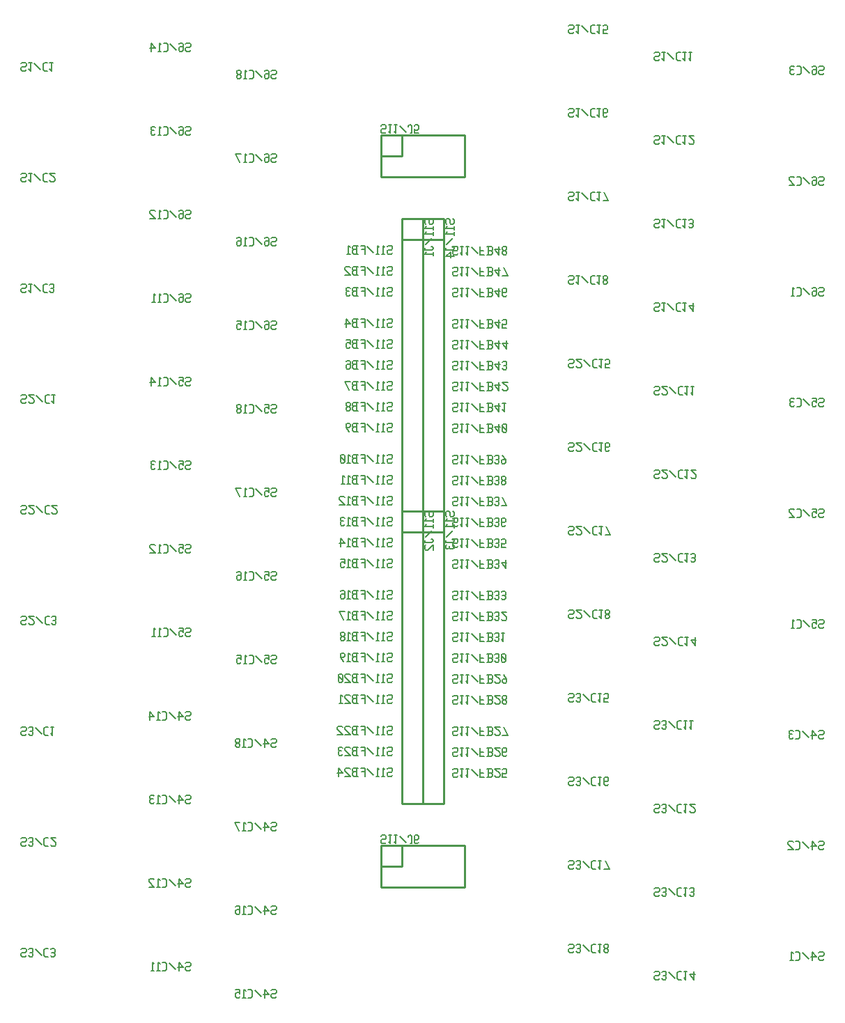
<source format=gbr>
G04 start of page 9 for group -4078 idx -4078 *
G04 Title: NVMemProg_Driver, bottomsilk *
G04 Creator: pcb 1.99z *
G04 CreationDate: Mon Nov  7 15:47:14 2016 UTC *
G04 For: wojtek *
G04 Format: Gerber/RS-274X *
G04 PCB-Dimensions (mil): 4291.34 5354.33 *
G04 PCB-Coordinate-Origin: lower left *
%MOIN*%
%FSLAX25Y25*%
%LNBOTTOMSILK*%
%ADD56C,0.0079*%
%ADD55C,0.0100*%
G54D55*X194567Y445748D02*X234567D01*
Y425748D01*
X194567D02*X234567D01*
X194567Y445748D02*Y425748D01*
X204567Y445748D02*Y435748D01*
X194567D02*X204567D01*
X224567Y265748D02*Y125748D01*
X214567D02*X224567D01*
X214567Y265748D02*Y125748D01*
Y265748D02*X224567D01*
X214567Y255748D02*X224567D01*
X214567Y265748D02*Y255748D01*
Y265748D02*Y125748D01*
X204567D02*X214567D01*
X204567Y265748D02*Y125748D01*
Y265748D02*X214567D01*
X204567Y255748D02*X214567D01*
X204567Y265748D02*Y255748D01*
X214567Y405748D02*Y265748D01*
X204567D02*X214567D01*
X204567Y405748D02*Y265748D01*
Y405748D02*X214567D01*
X204567Y395748D02*X214567D01*
X204567Y405748D02*Y395748D01*
X224567Y405748D02*Y265748D01*
X214567D02*X224567D01*
X214567Y405748D02*Y265748D01*
Y405748D02*X224567D01*
X214567Y395748D02*X224567D01*
X214567Y405748D02*Y395748D01*
X194567Y105748D02*X234567D01*
Y85748D02*Y105748D01*
X194567Y85748D02*X234567D01*
X194567D02*Y105748D01*
X204567Y95748D02*Y105748D01*
X194567Y95748D02*X204567D01*
G54D56*X215567Y403748D02*X216067Y403248D01*
X215567Y403748D02*Y405248D01*
X216067Y405748D02*X215567Y405248D01*
X216067Y405748D02*X217067D01*
X217567Y405248D01*
Y403748D02*Y405248D01*
Y403748D02*X218067Y403248D01*
X219067D01*
X219567Y403748D02*X219067Y403248D01*
X219567Y403748D02*Y405248D01*
X219067Y405748D02*X219567Y405248D01*
X216367Y402048D02*X215567Y401248D01*
X219567D01*
Y400548D02*Y402048D01*
X216367Y399348D02*X215567Y398548D01*
X219567D01*
Y397848D02*Y399348D01*
X219067Y396648D02*X216067Y393648D01*
X215567Y390948D02*Y391748D01*
Y390948D02*X219067D01*
X219567Y391448D02*X219067Y390948D01*
X219567Y391448D02*Y391948D01*
X219067Y392448D02*X219567Y391948D01*
X218567Y392448D02*X219067D01*
X216367Y389748D02*X215567Y388948D01*
X219567D01*
Y388248D02*Y389748D01*
X225567Y403748D02*X226067Y403248D01*
X225567Y403748D02*Y405248D01*
X226067Y405748D02*X225567Y405248D01*
X226067Y405748D02*X227067D01*
X227567Y405248D01*
Y403748D02*Y405248D01*
Y403748D02*X228067Y403248D01*
X229067D01*
X229567Y403748D02*X229067Y403248D01*
X229567Y403748D02*Y405248D01*
X229067Y405748D02*X229567Y405248D01*
X226367Y402048D02*X225567Y401248D01*
X229567D01*
Y400548D02*Y402048D01*
X226367Y399348D02*X225567Y398548D01*
X229567D01*
Y397848D02*Y399348D01*
X229067Y396648D02*X226067Y393648D01*
X225567Y390948D02*Y391748D01*
Y390948D02*X229067D01*
X229567Y391448D02*X229067Y390948D01*
X229567Y391448D02*Y391948D01*
X229067Y392448D02*X229567Y391948D01*
X228567Y392448D02*X229067D01*
X228067Y389748D02*X225567Y387748D01*
X228067Y387248D02*Y389748D01*
X225567Y387748D02*X229567D01*
X230917Y388598D02*X231417Y389098D01*
X229417Y388598D02*X230917D01*
X228917Y389098D02*X229417Y388598D01*
X228917Y389098D02*Y390098D01*
X229417Y390598D01*
X230917D01*
X231417Y391098D01*
Y392098D01*
X230917Y392598D02*X231417Y392098D01*
X229417Y392598D02*X230917D01*
X228917Y392098D02*X229417Y392598D01*
X232617Y389398D02*X233417Y388598D01*
Y392598D01*
X232617D02*X234117D01*
X235317Y389398D02*X236117Y388598D01*
Y392598D01*
X235317D02*X236817D01*
X238017Y392098D02*X241017Y389098D01*
X242217Y388598D02*Y392598D01*
Y388598D02*X244217D01*
X242217Y390398D02*X243717D01*
X245417Y392598D02*X247417D01*
X247917Y392098D01*
Y390898D02*Y392098D01*
X247417Y390398D02*X247917Y390898D01*
X245917Y390398D02*X247417D01*
X245917Y388598D02*Y392598D01*
X245417Y388598D02*X247417D01*
X247917Y389098D01*
Y389898D01*
X247417Y390398D02*X247917Y389898D01*
X249117Y391098D02*X251117Y388598D01*
X249117Y391098D02*X251617D01*
X251117Y388598D02*Y392598D01*
X252817Y392098D02*X253317Y392598D01*
X252817Y391298D02*Y392098D01*
Y391298D02*X253517Y390598D01*
X254117D01*
X254817Y391298D01*
Y392098D01*
X254317Y392598D02*X254817Y392098D01*
X253317Y392598D02*X254317D01*
X252817Y389898D02*X253517Y390598D01*
X252817Y389098D02*Y389898D01*
Y389098D02*X253317Y388598D01*
X254317D01*
X254817Y389098D01*
Y389898D01*
X254117Y390598D02*X254817Y389898D01*
X230917Y343598D02*X231417Y344098D01*
X229417Y343598D02*X230917D01*
X228917Y344098D02*X229417Y343598D01*
X228917Y344098D02*Y345098D01*
X229417Y345598D01*
X230917D01*
X231417Y346098D01*
Y347098D01*
X230917Y347598D02*X231417Y347098D01*
X229417Y347598D02*X230917D01*
X228917Y347098D02*X229417Y347598D01*
X232617Y344398D02*X233417Y343598D01*
Y347598D01*
X232617D02*X234117D01*
X235317Y344398D02*X236117Y343598D01*
Y347598D01*
X235317D02*X236817D01*
X238017Y347098D02*X241017Y344098D01*
X242217Y343598D02*Y347598D01*
Y343598D02*X244217D01*
X242217Y345398D02*X243717D01*
X245417Y347598D02*X247417D01*
X247917Y347098D01*
Y345898D02*Y347098D01*
X247417Y345398D02*X247917Y345898D01*
X245917Y345398D02*X247417D01*
X245917Y343598D02*Y347598D01*
X245417Y343598D02*X247417D01*
X247917Y344098D01*
Y344898D01*
X247417Y345398D02*X247917Y344898D01*
X249117Y346098D02*X251117Y343598D01*
X249117Y346098D02*X251617D01*
X251117Y343598D02*Y347598D01*
X252817Y346098D02*X254817Y343598D01*
X252817Y346098D02*X255317D01*
X254817Y343598D02*Y347598D01*
X230917Y353598D02*X231417Y354098D01*
X229417Y353598D02*X230917D01*
X228917Y354098D02*X229417Y353598D01*
X228917Y354098D02*Y355098D01*
X229417Y355598D01*
X230917D01*
X231417Y356098D01*
Y357098D01*
X230917Y357598D02*X231417Y357098D01*
X229417Y357598D02*X230917D01*
X228917Y357098D02*X229417Y357598D01*
X232617Y354398D02*X233417Y353598D01*
Y357598D01*
X232617D02*X234117D01*
X235317Y354398D02*X236117Y353598D01*
Y357598D01*
X235317D02*X236817D01*
X238017Y357098D02*X241017Y354098D01*
X242217Y353598D02*Y357598D01*
Y353598D02*X244217D01*
X242217Y355398D02*X243717D01*
X245417Y357598D02*X247417D01*
X247917Y357098D01*
Y355898D02*Y357098D01*
X247417Y355398D02*X247917Y355898D01*
X245917Y355398D02*X247417D01*
X245917Y353598D02*Y357598D01*
X245417Y353598D02*X247417D01*
X247917Y354098D01*
Y354898D01*
X247417Y355398D02*X247917Y354898D01*
X249117Y356098D02*X251117Y353598D01*
X249117Y356098D02*X251617D01*
X251117Y353598D02*Y357598D01*
X252817Y353598D02*X254817D01*
X252817D02*Y355598D01*
X253317Y355098D01*
X254317D01*
X254817Y355598D01*
Y357098D01*
X254317Y357598D02*X254817Y357098D01*
X253317Y357598D02*X254317D01*
X252817Y357098D02*X253317Y357598D01*
X230917Y368598D02*X231417Y369098D01*
X229417Y368598D02*X230917D01*
X228917Y369098D02*X229417Y368598D01*
X228917Y369098D02*Y370098D01*
X229417Y370598D01*
X230917D01*
X231417Y371098D01*
Y372098D01*
X230917Y372598D02*X231417Y372098D01*
X229417Y372598D02*X230917D01*
X228917Y372098D02*X229417Y372598D01*
X232617Y369398D02*X233417Y368598D01*
Y372598D01*
X232617D02*X234117D01*
X235317Y369398D02*X236117Y368598D01*
Y372598D01*
X235317D02*X236817D01*
X238017Y372098D02*X241017Y369098D01*
X242217Y368598D02*Y372598D01*
Y368598D02*X244217D01*
X242217Y370398D02*X243717D01*
X245417Y372598D02*X247417D01*
X247917Y372098D01*
Y370898D02*Y372098D01*
X247417Y370398D02*X247917Y370898D01*
X245917Y370398D02*X247417D01*
X245917Y368598D02*Y372598D01*
X245417Y368598D02*X247417D01*
X247917Y369098D01*
Y369898D01*
X247417Y370398D02*X247917Y369898D01*
X249117Y371098D02*X251117Y368598D01*
X249117Y371098D02*X251617D01*
X251117Y368598D02*Y372598D01*
X254317Y368598D02*X254817Y369098D01*
X253317Y368598D02*X254317D01*
X252817Y369098D02*X253317Y368598D01*
X252817Y369098D02*Y372098D01*
X253317Y372598D01*
X254317Y370398D02*X254817Y370898D01*
X252817Y370398D02*X254317D01*
X253317Y372598D02*X254317D01*
X254817Y372098D01*
Y370898D02*Y372098D01*
X230917Y378598D02*X231417Y379098D01*
X229417Y378598D02*X230917D01*
X228917Y379098D02*X229417Y378598D01*
X228917Y379098D02*Y380098D01*
X229417Y380598D01*
X230917D01*
X231417Y381098D01*
Y382098D01*
X230917Y382598D02*X231417Y382098D01*
X229417Y382598D02*X230917D01*
X228917Y382098D02*X229417Y382598D01*
X232617Y379398D02*X233417Y378598D01*
Y382598D01*
X232617D02*X234117D01*
X235317Y379398D02*X236117Y378598D01*
Y382598D01*
X235317D02*X236817D01*
X238017Y382098D02*X241017Y379098D01*
X242217Y378598D02*Y382598D01*
Y378598D02*X244217D01*
X242217Y380398D02*X243717D01*
X245417Y382598D02*X247417D01*
X247917Y382098D01*
Y380898D02*Y382098D01*
X247417Y380398D02*X247917Y380898D01*
X245917Y380398D02*X247417D01*
X245917Y378598D02*Y382598D01*
X245417Y378598D02*X247417D01*
X247917Y379098D01*
Y379898D01*
X247417Y380398D02*X247917Y379898D01*
X249117Y381098D02*X251117Y378598D01*
X249117Y381098D02*X251617D01*
X251117Y378598D02*Y382598D01*
X253317D02*X255317Y378598D01*
X252817D02*X255317D01*
X198217Y372898D02*X197717Y372398D01*
X198217Y372898D02*X199717D01*
X200217Y372398D02*X199717Y372898D01*
X200217Y371398D02*Y372398D01*
Y371398D02*X199717Y370898D01*
X198217D02*X199717D01*
X198217D02*X197717Y370398D01*
Y369398D02*Y370398D01*
X198217Y368898D02*X197717Y369398D01*
X198217Y368898D02*X199717D01*
X200217Y369398D02*X199717Y368898D01*
X196517Y372098D02*X195717Y372898D01*
Y368898D02*Y372898D01*
X195017Y368898D02*X196517D01*
X193817Y372098D02*X193017Y372898D01*
Y368898D02*Y372898D01*
X192317Y368898D02*X193817D01*
X191117Y369398D02*X188117Y372398D01*
X186917Y368898D02*Y372898D01*
X184917D02*X186917D01*
X185417Y371098D02*X186917D01*
X181717Y368898D02*X183717D01*
X181717D02*X181217Y369398D01*
Y370598D01*
X181717Y371098D02*X181217Y370598D01*
X181717Y371098D02*X183217D01*
Y368898D02*Y372898D01*
X181717D02*X183717D01*
X181717D02*X181217Y372398D01*
Y371598D02*Y372398D01*
X181717Y371098D02*X181217Y371598D01*
X180017Y372398D02*X179517Y372898D01*
X178517D02*X179517D01*
X178517D02*X178017Y372398D01*
X178517Y368898D02*X178017Y369398D01*
X178517Y368898D02*X179517D01*
X180017Y369398D02*X179517Y368898D01*
X178517Y371098D02*X179517D01*
X178017Y371598D02*Y372398D01*
Y369398D02*Y370598D01*
X178517Y371098D01*
X178017Y371598D02*X178517Y371098D01*
X198217Y382898D02*X197717Y382398D01*
X198217Y382898D02*X199717D01*
X200217Y382398D02*X199717Y382898D01*
X200217Y381398D02*Y382398D01*
Y381398D02*X199717Y380898D01*
X198217D02*X199717D01*
X198217D02*X197717Y380398D01*
Y379398D02*Y380398D01*
X198217Y378898D02*X197717Y379398D01*
X198217Y378898D02*X199717D01*
X200217Y379398D02*X199717Y378898D01*
X196517Y382098D02*X195717Y382898D01*
Y378898D02*Y382898D01*
X195017Y378898D02*X196517D01*
X193817Y382098D02*X193017Y382898D01*
Y378898D02*Y382898D01*
X192317Y378898D02*X193817D01*
X191117Y379398D02*X188117Y382398D01*
X186917Y378898D02*Y382898D01*
X184917D02*X186917D01*
X185417Y381098D02*X186917D01*
X181717Y378898D02*X183717D01*
X181717D02*X181217Y379398D01*
Y380598D01*
X181717Y381098D02*X181217Y380598D01*
X181717Y381098D02*X183217D01*
Y378898D02*Y382898D01*
X181717D02*X183717D01*
X181717D02*X181217Y382398D01*
Y381598D02*Y382398D01*
X181717Y381098D02*X181217Y381598D01*
X180017Y382398D02*X179517Y382898D01*
X178017D02*X179517D01*
X178017D02*X177517Y382398D01*
Y381398D02*Y382398D01*
X180017Y378898D02*X177517Y381398D01*
Y378898D02*X180017D01*
X230917Y288598D02*X231417Y289098D01*
X229417Y288598D02*X230917D01*
X228917Y289098D02*X229417Y288598D01*
X228917Y289098D02*Y290098D01*
X229417Y290598D01*
X230917D01*
X231417Y291098D01*
Y292098D01*
X230917Y292598D02*X231417Y292098D01*
X229417Y292598D02*X230917D01*
X228917Y292098D02*X229417Y292598D01*
X232617Y289398D02*X233417Y288598D01*
Y292598D01*
X232617D02*X234117D01*
X235317Y289398D02*X236117Y288598D01*
Y292598D01*
X235317D02*X236817D01*
X238017Y292098D02*X241017Y289098D01*
X242217Y288598D02*Y292598D01*
Y288598D02*X244217D01*
X242217Y290398D02*X243717D01*
X245417Y292598D02*X247417D01*
X247917Y292098D01*
Y290898D02*Y292098D01*
X247417Y290398D02*X247917Y290898D01*
X245917Y290398D02*X247417D01*
X245917Y288598D02*Y292598D01*
X245417Y288598D02*X247417D01*
X247917Y289098D01*
Y289898D01*
X247417Y290398D02*X247917Y289898D01*
X249117Y289098D02*X249617Y288598D01*
X250617D01*
X251117Y289098D01*
X250617Y292598D02*X251117Y292098D01*
X249617Y292598D02*X250617D01*
X249117Y292098D02*X249617Y292598D01*
Y290398D02*X250617D01*
X251117Y289098D02*Y289898D01*
Y290898D02*Y292098D01*
Y290898D02*X250617Y290398D01*
X251117Y289898D02*X250617Y290398D01*
X252817Y292598D02*X254317Y290598D01*
Y289098D02*Y290598D01*
X253817Y288598D02*X254317Y289098D01*
X252817Y288598D02*X253817D01*
X252317Y289098D02*X252817Y288598D01*
X252317Y289098D02*Y290098D01*
X252817Y290598D01*
X254317D01*
X230917Y303598D02*X231417Y304098D01*
X229417Y303598D02*X230917D01*
X228917Y304098D02*X229417Y303598D01*
X228917Y304098D02*Y305098D01*
X229417Y305598D01*
X230917D01*
X231417Y306098D01*
Y307098D01*
X230917Y307598D02*X231417Y307098D01*
X229417Y307598D02*X230917D01*
X228917Y307098D02*X229417Y307598D01*
X232617Y304398D02*X233417Y303598D01*
Y307598D01*
X232617D02*X234117D01*
X235317Y304398D02*X236117Y303598D01*
Y307598D01*
X235317D02*X236817D01*
X238017Y307098D02*X241017Y304098D01*
X242217Y303598D02*Y307598D01*
Y303598D02*X244217D01*
X242217Y305398D02*X243717D01*
X245417Y307598D02*X247417D01*
X247917Y307098D01*
Y305898D02*Y307098D01*
X247417Y305398D02*X247917Y305898D01*
X245917Y305398D02*X247417D01*
X245917Y303598D02*Y307598D01*
X245417Y303598D02*X247417D01*
X247917Y304098D01*
Y304898D01*
X247417Y305398D02*X247917Y304898D01*
X249117Y306098D02*X251117Y303598D01*
X249117Y306098D02*X251617D01*
X251117Y303598D02*Y307598D01*
X252817Y307098D02*X253317Y307598D01*
X252817Y304098D02*Y307098D01*
Y304098D02*X253317Y303598D01*
X254317D01*
X254817Y304098D01*
Y307098D01*
X254317Y307598D02*X254817Y307098D01*
X253317Y307598D02*X254317D01*
X252817Y306598D02*X254817Y304598D01*
X230917Y323598D02*X231417Y324098D01*
X229417Y323598D02*X230917D01*
X228917Y324098D02*X229417Y323598D01*
X228917Y324098D02*Y325098D01*
X229417Y325598D01*
X230917D01*
X231417Y326098D01*
Y327098D01*
X230917Y327598D02*X231417Y327098D01*
X229417Y327598D02*X230917D01*
X228917Y327098D02*X229417Y327598D01*
X232617Y324398D02*X233417Y323598D01*
Y327598D01*
X232617D02*X234117D01*
X235317Y324398D02*X236117Y323598D01*
Y327598D01*
X235317D02*X236817D01*
X238017Y327098D02*X241017Y324098D01*
X242217Y323598D02*Y327598D01*
Y323598D02*X244217D01*
X242217Y325398D02*X243717D01*
X245417Y327598D02*X247417D01*
X247917Y327098D01*
Y325898D02*Y327098D01*
X247417Y325398D02*X247917Y325898D01*
X245917Y325398D02*X247417D01*
X245917Y323598D02*Y327598D01*
X245417Y323598D02*X247417D01*
X247917Y324098D01*
Y324898D01*
X247417Y325398D02*X247917Y324898D01*
X249117Y326098D02*X251117Y323598D01*
X249117Y326098D02*X251617D01*
X251117Y323598D02*Y327598D01*
X252817Y324098D02*X253317Y323598D01*
X254817D01*
X255317Y324098D01*
Y325098D01*
X252817Y327598D02*X255317Y325098D01*
X252817Y327598D02*X255317D01*
X230917Y313598D02*X231417Y314098D01*
X229417Y313598D02*X230917D01*
X228917Y314098D02*X229417Y313598D01*
X228917Y314098D02*Y315098D01*
X229417Y315598D01*
X230917D01*
X231417Y316098D01*
Y317098D01*
X230917Y317598D02*X231417Y317098D01*
X229417Y317598D02*X230917D01*
X228917Y317098D02*X229417Y317598D01*
X232617Y314398D02*X233417Y313598D01*
Y317598D01*
X232617D02*X234117D01*
X235317Y314398D02*X236117Y313598D01*
Y317598D01*
X235317D02*X236817D01*
X238017Y317098D02*X241017Y314098D01*
X242217Y313598D02*Y317598D01*
Y313598D02*X244217D01*
X242217Y315398D02*X243717D01*
X245417Y317598D02*X247417D01*
X247917Y317098D01*
Y315898D02*Y317098D01*
X247417Y315398D02*X247917Y315898D01*
X245917Y315398D02*X247417D01*
X245917Y313598D02*Y317598D01*
X245417Y313598D02*X247417D01*
X247917Y314098D01*
Y314898D01*
X247417Y315398D02*X247917Y314898D01*
X249117Y316098D02*X251117Y313598D01*
X249117Y316098D02*X251617D01*
X251117Y313598D02*Y317598D01*
X252817Y314398D02*X253617Y313598D01*
Y317598D01*
X252817D02*X254317D01*
X230917Y333598D02*X231417Y334098D01*
X229417Y333598D02*X230917D01*
X228917Y334098D02*X229417Y333598D01*
X228917Y334098D02*Y335098D01*
X229417Y335598D01*
X230917D01*
X231417Y336098D01*
Y337098D01*
X230917Y337598D02*X231417Y337098D01*
X229417Y337598D02*X230917D01*
X228917Y337098D02*X229417Y337598D01*
X232617Y334398D02*X233417Y333598D01*
Y337598D01*
X232617D02*X234117D01*
X235317Y334398D02*X236117Y333598D01*
Y337598D01*
X235317D02*X236817D01*
X238017Y337098D02*X241017Y334098D01*
X242217Y333598D02*Y337598D01*
Y333598D02*X244217D01*
X242217Y335398D02*X243717D01*
X245417Y337598D02*X247417D01*
X247917Y337098D01*
Y335898D02*Y337098D01*
X247417Y335398D02*X247917Y335898D01*
X245917Y335398D02*X247417D01*
X245917Y333598D02*Y337598D01*
X245417Y333598D02*X247417D01*
X247917Y334098D01*
Y334898D01*
X247417Y335398D02*X247917Y334898D01*
X249117Y336098D02*X251117Y333598D01*
X249117Y336098D02*X251617D01*
X251117Y333598D02*Y337598D01*
X252817Y334098D02*X253317Y333598D01*
X254317D01*
X254817Y334098D01*
X254317Y337598D02*X254817Y337098D01*
X253317Y337598D02*X254317D01*
X252817Y337098D02*X253317Y337598D01*
Y335398D02*X254317D01*
X254817Y334098D02*Y334898D01*
Y335898D02*Y337098D01*
Y335898D02*X254317Y335398D01*
X254817Y334898D02*X254317Y335398D01*
X198217Y307898D02*X197717Y307398D01*
X198217Y307898D02*X199717D01*
X200217Y307398D02*X199717Y307898D01*
X200217Y306398D02*Y307398D01*
Y306398D02*X199717Y305898D01*
X198217D02*X199717D01*
X198217D02*X197717Y305398D01*
Y304398D02*Y305398D01*
X198217Y303898D02*X197717Y304398D01*
X198217Y303898D02*X199717D01*
X200217Y304398D02*X199717Y303898D01*
X196517Y307098D02*X195717Y307898D01*
Y303898D02*Y307898D01*
X195017Y303898D02*X196517D01*
X193817Y307098D02*X193017Y307898D01*
Y303898D02*Y307898D01*
X192317Y303898D02*X193817D01*
X191117Y304398D02*X188117Y307398D01*
X186917Y303898D02*Y307898D01*
X184917D02*X186917D01*
X185417Y306098D02*X186917D01*
X181717Y303898D02*X183717D01*
X181717D02*X181217Y304398D01*
Y305598D01*
X181717Y306098D02*X181217Y305598D01*
X181717Y306098D02*X183217D01*
Y303898D02*Y307898D01*
X181717D02*X183717D01*
X181717D02*X181217Y307398D01*
Y306598D02*Y307398D01*
X181717Y306098D02*X181217Y306598D01*
X179517Y303898D02*X178017Y305898D01*
Y307398D01*
X178517Y307898D02*X178017Y307398D01*
X178517Y307898D02*X179517D01*
X180017Y307398D02*X179517Y307898D01*
X180017Y306398D02*Y307398D01*
Y306398D02*X179517Y305898D01*
X178017D02*X179517D01*
X198217Y317898D02*X197717Y317398D01*
X198217Y317898D02*X199717D01*
X200217Y317398D02*X199717Y317898D01*
X200217Y316398D02*Y317398D01*
Y316398D02*X199717Y315898D01*
X198217D02*X199717D01*
X198217D02*X197717Y315398D01*
Y314398D02*Y315398D01*
X198217Y313898D02*X197717Y314398D01*
X198217Y313898D02*X199717D01*
X200217Y314398D02*X199717Y313898D01*
X196517Y317098D02*X195717Y317898D01*
Y313898D02*Y317898D01*
X195017Y313898D02*X196517D01*
X193817Y317098D02*X193017Y317898D01*
Y313898D02*Y317898D01*
X192317Y313898D02*X193817D01*
X191117Y314398D02*X188117Y317398D01*
X186917Y313898D02*Y317898D01*
X184917D02*X186917D01*
X185417Y316098D02*X186917D01*
X181717Y313898D02*X183717D01*
X181717D02*X181217Y314398D01*
Y315598D01*
X181717Y316098D02*X181217Y315598D01*
X181717Y316098D02*X183217D01*
Y313898D02*Y317898D01*
X181717D02*X183717D01*
X181717D02*X181217Y317398D01*
Y316598D02*Y317398D01*
X181717Y316098D02*X181217Y316598D01*
X180017Y314398D02*X179517Y313898D01*
X180017Y314398D02*Y315198D01*
X179317Y315898D01*
X178717D02*X179317D01*
X178717D02*X178017Y315198D01*
Y314398D02*Y315198D01*
X178517Y313898D02*X178017Y314398D01*
X178517Y313898D02*X179517D01*
X180017Y316598D02*X179317Y315898D01*
X180017Y316598D02*Y317398D01*
X179517Y317898D01*
X178517D02*X179517D01*
X178517D02*X178017Y317398D01*
Y316598D02*Y317398D01*
X178717Y315898D02*X178017Y316598D01*
X198217Y327898D02*X197717Y327398D01*
X198217Y327898D02*X199717D01*
X200217Y327398D02*X199717Y327898D01*
X200217Y326398D02*Y327398D01*
Y326398D02*X199717Y325898D01*
X198217D02*X199717D01*
X198217D02*X197717Y325398D01*
Y324398D02*Y325398D01*
X198217Y323898D02*X197717Y324398D01*
X198217Y323898D02*X199717D01*
X200217Y324398D02*X199717Y323898D01*
X196517Y327098D02*X195717Y327898D01*
Y323898D02*Y327898D01*
X195017Y323898D02*X196517D01*
X193817Y327098D02*X193017Y327898D01*
Y323898D02*Y327898D01*
X192317Y323898D02*X193817D01*
X191117Y324398D02*X188117Y327398D01*
X186917Y323898D02*Y327898D01*
X184917D02*X186917D01*
X185417Y326098D02*X186917D01*
X181717Y323898D02*X183717D01*
X181717D02*X181217Y324398D01*
Y325598D01*
X181717Y326098D02*X181217Y325598D01*
X181717Y326098D02*X183217D01*
Y323898D02*Y327898D01*
X181717D02*X183717D01*
X181717D02*X181217Y327398D01*
Y326598D02*Y327398D01*
X181717Y326098D02*X181217Y326598D01*
X179517Y323898D02*X177517Y327898D01*
X180017D01*
X198217Y292898D02*X197717Y292398D01*
X198217Y292898D02*X199717D01*
X200217Y292398D02*X199717Y292898D01*
X200217Y291398D02*Y292398D01*
Y291398D02*X199717Y290898D01*
X198217D02*X199717D01*
X198217D02*X197717Y290398D01*
Y289398D02*Y290398D01*
X198217Y288898D02*X197717Y289398D01*
X198217Y288898D02*X199717D01*
X200217Y289398D02*X199717Y288898D01*
X196517Y292098D02*X195717Y292898D01*
Y288898D02*Y292898D01*
X195017Y288898D02*X196517D01*
X193817Y292098D02*X193017Y292898D01*
Y288898D02*Y292898D01*
X192317Y288898D02*X193817D01*
X191117Y289398D02*X188117Y292398D01*
X186917Y288898D02*Y292898D01*
X184917D02*X186917D01*
X185417Y291098D02*X186917D01*
X181717Y288898D02*X183717D01*
X181717D02*X181217Y289398D01*
Y290598D01*
X181717Y291098D02*X181217Y290598D01*
X181717Y291098D02*X183217D01*
Y288898D02*Y292898D01*
X181717D02*X183717D01*
X181717D02*X181217Y292398D01*
Y291598D02*Y292398D01*
X181717Y291098D02*X181217Y291598D01*
X180017Y292098D02*X179217Y292898D01*
Y288898D02*Y292898D01*
X178517Y288898D02*X180017D01*
X177317Y289398D02*X176817Y288898D01*
X177317Y289398D02*Y292398D01*
X176817Y292898D01*
X175817D02*X176817D01*
X175817D02*X175317Y292398D01*
Y289398D02*Y292398D01*
X175817Y288898D02*X175317Y289398D01*
X175817Y288898D02*X176817D01*
X177317Y289898D02*X175317Y291898D01*
X198217Y282898D02*X197717Y282398D01*
X198217Y282898D02*X199717D01*
X200217Y282398D02*X199717Y282898D01*
X200217Y281398D02*Y282398D01*
Y281398D02*X199717Y280898D01*
X198217D02*X199717D01*
X198217D02*X197717Y280398D01*
Y279398D02*Y280398D01*
X198217Y278898D02*X197717Y279398D01*
X198217Y278898D02*X199717D01*
X200217Y279398D02*X199717Y278898D01*
X196517Y282098D02*X195717Y282898D01*
Y278898D02*Y282898D01*
X195017Y278898D02*X196517D01*
X193817Y282098D02*X193017Y282898D01*
Y278898D02*Y282898D01*
X192317Y278898D02*X193817D01*
X191117Y279398D02*X188117Y282398D01*
X186917Y278898D02*Y282898D01*
X184917D02*X186917D01*
X185417Y281098D02*X186917D01*
X181717Y278898D02*X183717D01*
X181717D02*X181217Y279398D01*
Y280598D01*
X181717Y281098D02*X181217Y280598D01*
X181717Y281098D02*X183217D01*
Y278898D02*Y282898D01*
X181717D02*X183717D01*
X181717D02*X181217Y282398D01*
Y281598D02*Y282398D01*
X181717Y281098D02*X181217Y281598D01*
X180017Y282098D02*X179217Y282898D01*
Y278898D02*Y282898D01*
X178517Y278898D02*X180017D01*
X177317Y282098D02*X176517Y282898D01*
Y278898D02*Y282898D01*
X175817Y278898D02*X177317D01*
X198217Y347898D02*X197717Y347398D01*
X198217Y347898D02*X199717D01*
X200217Y347398D02*X199717Y347898D01*
X200217Y346398D02*Y347398D01*
Y346398D02*X199717Y345898D01*
X198217D02*X199717D01*
X198217D02*X197717Y345398D01*
Y344398D02*Y345398D01*
X198217Y343898D02*X197717Y344398D01*
X198217Y343898D02*X199717D01*
X200217Y344398D02*X199717Y343898D01*
X196517Y347098D02*X195717Y347898D01*
Y343898D02*Y347898D01*
X195017Y343898D02*X196517D01*
X193817Y347098D02*X193017Y347898D01*
Y343898D02*Y347898D01*
X192317Y343898D02*X193817D01*
X191117Y344398D02*X188117Y347398D01*
X186917Y343898D02*Y347898D01*
X184917D02*X186917D01*
X185417Y346098D02*X186917D01*
X181717Y343898D02*X183717D01*
X181717D02*X181217Y344398D01*
Y345598D01*
X181717Y346098D02*X181217Y345598D01*
X181717Y346098D02*X183217D01*
Y343898D02*Y347898D01*
X181717D02*X183717D01*
X181717D02*X181217Y347398D01*
Y346598D02*Y347398D01*
X181717Y346098D02*X181217Y346598D01*
X178017Y347898D02*X180017D01*
Y345898D02*Y347898D01*
Y345898D02*X179517Y346398D01*
X178517D02*X179517D01*
X178517D02*X178017Y345898D01*
Y344398D02*Y345898D01*
X178517Y343898D02*X178017Y344398D01*
X178517Y343898D02*X179517D01*
X180017Y344398D02*X179517Y343898D01*
X198217Y357898D02*X197717Y357398D01*
X198217Y357898D02*X199717D01*
X200217Y357398D02*X199717Y357898D01*
X200217Y356398D02*Y357398D01*
Y356398D02*X199717Y355898D01*
X198217D02*X199717D01*
X198217D02*X197717Y355398D01*
Y354398D02*Y355398D01*
X198217Y353898D02*X197717Y354398D01*
X198217Y353898D02*X199717D01*
X200217Y354398D02*X199717Y353898D01*
X196517Y357098D02*X195717Y357898D01*
Y353898D02*Y357898D01*
X195017Y353898D02*X196517D01*
X193817Y357098D02*X193017Y357898D01*
Y353898D02*Y357898D01*
X192317Y353898D02*X193817D01*
X191117Y354398D02*X188117Y357398D01*
X186917Y353898D02*Y357898D01*
X184917D02*X186917D01*
X185417Y356098D02*X186917D01*
X181717Y353898D02*X183717D01*
X181717D02*X181217Y354398D01*
Y355598D01*
X181717Y356098D02*X181217Y355598D01*
X181717Y356098D02*X183217D01*
Y353898D02*Y357898D01*
X181717D02*X183717D01*
X181717D02*X181217Y357398D01*
Y356598D02*Y357398D01*
X181717Y356098D02*X181217Y356598D01*
X180017Y355398D02*X178017Y357898D01*
X177517Y355398D02*X180017D01*
X178017Y353898D02*Y357898D01*
X198217Y337898D02*X197717Y337398D01*
X198217Y337898D02*X199717D01*
X200217Y337398D02*X199717Y337898D01*
X200217Y336398D02*Y337398D01*
Y336398D02*X199717Y335898D01*
X198217D02*X199717D01*
X198217D02*X197717Y335398D01*
Y334398D02*Y335398D01*
X198217Y333898D02*X197717Y334398D01*
X198217Y333898D02*X199717D01*
X200217Y334398D02*X199717Y333898D01*
X196517Y337098D02*X195717Y337898D01*
Y333898D02*Y337898D01*
X195017Y333898D02*X196517D01*
X193817Y337098D02*X193017Y337898D01*
Y333898D02*Y337898D01*
X192317Y333898D02*X193817D01*
X191117Y334398D02*X188117Y337398D01*
X186917Y333898D02*Y337898D01*
X184917D02*X186917D01*
X185417Y336098D02*X186917D01*
X181717Y333898D02*X183717D01*
X181717D02*X181217Y334398D01*
Y335598D01*
X181717Y336098D02*X181217Y335598D01*
X181717Y336098D02*X183217D01*
Y333898D02*Y337898D01*
X181717D02*X183717D01*
X181717D02*X181217Y337398D01*
Y336598D02*Y337398D01*
X181717Y336098D02*X181217Y336598D01*
X178517Y337898D02*X178017Y337398D01*
X178517Y337898D02*X179517D01*
X180017Y337398D02*X179517Y337898D01*
X180017Y334398D02*Y337398D01*
Y334398D02*X179517Y333898D01*
X178517Y336098D02*X178017Y335598D01*
X178517Y336098D02*X180017D01*
X178517Y333898D02*X179517D01*
X178517D02*X178017Y334398D01*
Y335598D01*
X142717Y356898D02*X142217Y356398D01*
X142717Y356898D02*X144217D01*
X144717Y356398D02*X144217Y356898D01*
X144717Y355398D02*Y356398D01*
Y355398D02*X144217Y354898D01*
X142717D02*X144217D01*
X142717D02*X142217Y354398D01*
Y353398D02*Y354398D01*
X142717Y352898D02*X142217Y353398D01*
X142717Y352898D02*X144217D01*
X144717Y353398D02*X144217Y352898D01*
X139517Y356898D02*X139017Y356398D01*
X139517Y356898D02*X140517D01*
X141017Y356398D02*X140517Y356898D01*
X141017Y353398D02*Y356398D01*
Y353398D02*X140517Y352898D01*
X139517Y355098D02*X139017Y354598D01*
X139517Y355098D02*X141017D01*
X139517Y352898D02*X140517D01*
X139517D02*X139017Y353398D01*
Y354598D01*
X137817Y353398D02*X134817Y356398D01*
X131617Y352898D02*X132917D01*
X133617Y353598D02*X132917Y352898D01*
X133617Y353598D02*Y356198D01*
X132917Y356898D01*
X131617D02*X132917D01*
X130417Y356098D02*X129617Y356898D01*
Y352898D02*Y356898D01*
X128917Y352898D02*X130417D01*
X125717Y356898D02*X127717D01*
Y354898D02*Y356898D01*
Y354898D02*X127217Y355398D01*
X126217D02*X127217D01*
X126217D02*X125717Y354898D01*
Y353398D02*Y354898D01*
X126217Y352898D02*X125717Y353398D01*
X126217Y352898D02*X127217D01*
X127717Y353398D02*X127217Y352898D01*
X142717Y396898D02*X142217Y396398D01*
X142717Y396898D02*X144217D01*
X144717Y396398D02*X144217Y396898D01*
X144717Y395398D02*Y396398D01*
Y395398D02*X144217Y394898D01*
X142717D02*X144217D01*
X142717D02*X142217Y394398D01*
Y393398D02*Y394398D01*
X142717Y392898D02*X142217Y393398D01*
X142717Y392898D02*X144217D01*
X144717Y393398D02*X144217Y392898D01*
X139517Y396898D02*X139017Y396398D01*
X139517Y396898D02*X140517D01*
X141017Y396398D02*X140517Y396898D01*
X141017Y393398D02*Y396398D01*
Y393398D02*X140517Y392898D01*
X139517Y395098D02*X139017Y394598D01*
X139517Y395098D02*X141017D01*
X139517Y392898D02*X140517D01*
X139517D02*X139017Y393398D01*
Y394598D01*
X137817Y393398D02*X134817Y396398D01*
X131617Y392898D02*X132917D01*
X133617Y393598D02*X132917Y392898D01*
X133617Y393598D02*Y396198D01*
X132917Y396898D01*
X131617D02*X132917D01*
X130417Y396098D02*X129617Y396898D01*
Y392898D02*Y396898D01*
X128917Y392898D02*X130417D01*
X126217Y396898D02*X125717Y396398D01*
X126217Y396898D02*X127217D01*
X127717Y396398D02*X127217Y396898D01*
X127717Y393398D02*Y396398D01*
Y393398D02*X127217Y392898D01*
X126217Y395098D02*X125717Y394598D01*
X126217Y395098D02*X127717D01*
X126217Y392898D02*X127217D01*
X126217D02*X125717Y393398D01*
Y394598D01*
X142717Y316898D02*X142217Y316398D01*
X142717Y316898D02*X144217D01*
X144717Y316398D02*X144217Y316898D01*
X144717Y315398D02*Y316398D01*
Y315398D02*X144217Y314898D01*
X142717D02*X144217D01*
X142717D02*X142217Y314398D01*
Y313398D02*Y314398D01*
X142717Y312898D02*X142217Y313398D01*
X142717Y312898D02*X144217D01*
X144717Y313398D02*X144217Y312898D01*
X139017Y316898D02*X141017D01*
Y314898D02*Y316898D01*
Y314898D02*X140517Y315398D01*
X139517D02*X140517D01*
X139517D02*X139017Y314898D01*
Y313398D02*Y314898D01*
X139517Y312898D02*X139017Y313398D01*
X139517Y312898D02*X140517D01*
X141017Y313398D02*X140517Y312898D01*
X137817Y313398D02*X134817Y316398D01*
X131617Y312898D02*X132917D01*
X133617Y313598D02*X132917Y312898D01*
X133617Y313598D02*Y316198D01*
X132917Y316898D01*
X131617D02*X132917D01*
X130417Y316098D02*X129617Y316898D01*
Y312898D02*Y316898D01*
X128917Y312898D02*X130417D01*
X127717Y313398D02*X127217Y312898D01*
X127717Y313398D02*Y314198D01*
X127017Y314898D01*
X126417D02*X127017D01*
X126417D02*X125717Y314198D01*
Y313398D02*Y314198D01*
X126217Y312898D02*X125717Y313398D01*
X126217Y312898D02*X127217D01*
X127717Y315598D02*X127017Y314898D01*
X127717Y315598D02*Y316398D01*
X127217Y316898D01*
X126217D02*X127217D01*
X126217D02*X125717Y316398D01*
Y315598D02*Y316398D01*
X126417Y314898D02*X125717Y315598D01*
X142717Y276898D02*X142217Y276398D01*
X142717Y276898D02*X144217D01*
X144717Y276398D02*X144217Y276898D01*
X144717Y275398D02*Y276398D01*
Y275398D02*X144217Y274898D01*
X142717D02*X144217D01*
X142717D02*X142217Y274398D01*
Y273398D02*Y274398D01*
X142717Y272898D02*X142217Y273398D01*
X142717Y272898D02*X144217D01*
X144717Y273398D02*X144217Y272898D01*
X139017Y276898D02*X141017D01*
Y274898D02*Y276898D01*
Y274898D02*X140517Y275398D01*
X139517D02*X140517D01*
X139517D02*X139017Y274898D01*
Y273398D02*Y274898D01*
X139517Y272898D02*X139017Y273398D01*
X139517Y272898D02*X140517D01*
X141017Y273398D02*X140517Y272898D01*
X137817Y273398D02*X134817Y276398D01*
X131617Y272898D02*X132917D01*
X133617Y273598D02*X132917Y272898D01*
X133617Y273598D02*Y276198D01*
X132917Y276898D01*
X131617D02*X132917D01*
X130417Y276098D02*X129617Y276898D01*
Y272898D02*Y276898D01*
X128917Y272898D02*X130417D01*
X127217D02*X125217Y276898D01*
X127717D01*
X198217Y392898D02*X197717Y392398D01*
X198217Y392898D02*X199717D01*
X200217Y392398D02*X199717Y392898D01*
X200217Y391398D02*Y392398D01*
Y391398D02*X199717Y390898D01*
X198217D02*X199717D01*
X198217D02*X197717Y390398D01*
Y389398D02*Y390398D01*
X198217Y388898D02*X197717Y389398D01*
X198217Y388898D02*X199717D01*
X200217Y389398D02*X199717Y388898D01*
X196517Y392098D02*X195717Y392898D01*
Y388898D02*Y392898D01*
X195017Y388898D02*X196517D01*
X193817Y392098D02*X193017Y392898D01*
Y388898D02*Y392898D01*
X192317Y388898D02*X193817D01*
X191117Y389398D02*X188117Y392398D01*
X186917Y388898D02*Y392898D01*
X184917D02*X186917D01*
X185417Y391098D02*X186917D01*
X181717Y388898D02*X183717D01*
X181717D02*X181217Y389398D01*
Y390598D01*
X181717Y391098D02*X181217Y390598D01*
X181717Y391098D02*X183217D01*
Y388898D02*Y392898D01*
X181717D02*X183717D01*
X181717D02*X181217Y392398D01*
Y391598D02*Y392398D01*
X181717Y391098D02*X181217Y391598D01*
X180017Y392098D02*X179217Y392898D01*
Y388898D02*Y392898D01*
X178517Y388898D02*X180017D01*
X196567Y446748D02*X197067Y447248D01*
X195067Y446748D02*X196567D01*
X194567Y447248D02*X195067Y446748D01*
X194567Y447248D02*Y448248D01*
X195067Y448748D01*
X196567D01*
X197067Y449248D01*
Y450248D01*
X196567Y450748D02*X197067Y450248D01*
X195067Y450748D02*X196567D01*
X194567Y450248D02*X195067Y450748D01*
X198267Y447548D02*X199067Y446748D01*
Y450748D01*
X198267D02*X199767D01*
X200967Y447548D02*X201767Y446748D01*
Y450748D01*
X200967D02*X202467D01*
X203667Y450248D02*X206667Y447248D01*
X208567Y446748D02*X209367D01*
Y450248D01*
X208867Y450748D02*X209367Y450248D01*
X208367Y450748D02*X208867D01*
X207867Y450248D02*X208367Y450748D01*
X207867Y449748D02*Y450248D01*
X210567Y446748D02*X212567D01*
X210567D02*Y448748D01*
X211067Y448248D01*
X212067D01*
X212567Y448748D01*
Y450248D01*
X212067Y450748D02*X212567Y450248D01*
X211067Y450748D02*X212067D01*
X210567Y450248D02*X211067Y450748D01*
X142717Y476898D02*X142217Y476398D01*
X142717Y476898D02*X144217D01*
X144717Y476398D02*X144217Y476898D01*
X144717Y475398D02*Y476398D01*
Y475398D02*X144217Y474898D01*
X142717D02*X144217D01*
X142717D02*X142217Y474398D01*
Y473398D02*Y474398D01*
X142717Y472898D02*X142217Y473398D01*
X142717Y472898D02*X144217D01*
X144717Y473398D02*X144217Y472898D01*
X139517Y476898D02*X139017Y476398D01*
X139517Y476898D02*X140517D01*
X141017Y476398D02*X140517Y476898D01*
X141017Y473398D02*Y476398D01*
Y473398D02*X140517Y472898D01*
X139517Y475098D02*X139017Y474598D01*
X139517Y475098D02*X141017D01*
X139517Y472898D02*X140517D01*
X139517D02*X139017Y473398D01*
Y474598D01*
X137817Y473398D02*X134817Y476398D01*
X131617Y472898D02*X132917D01*
X133617Y473598D02*X132917Y472898D01*
X133617Y473598D02*Y476198D01*
X132917Y476898D01*
X131617D02*X132917D01*
X130417Y476098D02*X129617Y476898D01*
Y472898D02*Y476898D01*
X128917Y472898D02*X130417D01*
X127717Y473398D02*X127217Y472898D01*
X127717Y473398D02*Y474198D01*
X127017Y474898D01*
X126417D02*X127017D01*
X126417D02*X125717Y474198D01*
Y473398D02*Y474198D01*
X126217Y472898D02*X125717Y473398D01*
X126217Y472898D02*X127217D01*
X127717Y475598D02*X127017Y474898D01*
X127717Y475598D02*Y476398D01*
X127217Y476898D01*
X126217D02*X127217D01*
X126217D02*X125717Y476398D01*
Y475598D02*Y476398D01*
X126417Y474898D02*X125717Y475598D01*
X142717Y436898D02*X142217Y436398D01*
X142717Y436898D02*X144217D01*
X144717Y436398D02*X144217Y436898D01*
X144717Y435398D02*Y436398D01*
Y435398D02*X144217Y434898D01*
X142717D02*X144217D01*
X142717D02*X142217Y434398D01*
Y433398D02*Y434398D01*
X142717Y432898D02*X142217Y433398D01*
X142717Y432898D02*X144217D01*
X144717Y433398D02*X144217Y432898D01*
X139517Y436898D02*X139017Y436398D01*
X139517Y436898D02*X140517D01*
X141017Y436398D02*X140517Y436898D01*
X141017Y433398D02*Y436398D01*
Y433398D02*X140517Y432898D01*
X139517Y435098D02*X139017Y434598D01*
X139517Y435098D02*X141017D01*
X139517Y432898D02*X140517D01*
X139517D02*X139017Y433398D01*
Y434598D01*
X137817Y433398D02*X134817Y436398D01*
X131617Y432898D02*X132917D01*
X133617Y433598D02*X132917Y432898D01*
X133617Y433598D02*Y436198D01*
X132917Y436898D01*
X131617D02*X132917D01*
X130417Y436098D02*X129617Y436898D01*
Y432898D02*Y436898D01*
X128917Y432898D02*X130417D01*
X127217D02*X125217Y436898D01*
X127717D01*
X101717Y449898D02*X101217Y449398D01*
X101717Y449898D02*X103217D01*
X103717Y449398D02*X103217Y449898D01*
X103717Y448398D02*Y449398D01*
Y448398D02*X103217Y447898D01*
X101717D02*X103217D01*
X101717D02*X101217Y447398D01*
Y446398D02*Y447398D01*
X101717Y445898D02*X101217Y446398D01*
X101717Y445898D02*X103217D01*
X103717Y446398D02*X103217Y445898D01*
X98517Y449898D02*X98017Y449398D01*
X98517Y449898D02*X99517D01*
X100017Y449398D02*X99517Y449898D01*
X100017Y446398D02*Y449398D01*
Y446398D02*X99517Y445898D01*
X98517Y448098D02*X98017Y447598D01*
X98517Y448098D02*X100017D01*
X98517Y445898D02*X99517D01*
X98517D02*X98017Y446398D01*
Y447598D01*
X96817Y446398D02*X93817Y449398D01*
X90617Y445898D02*X91917D01*
X92617Y446598D02*X91917Y445898D01*
X92617Y446598D02*Y449198D01*
X91917Y449898D01*
X90617D02*X91917D01*
X89417Y449098D02*X88617Y449898D01*
Y445898D02*Y449898D01*
X87917Y445898D02*X89417D01*
X86717Y449398D02*X86217Y449898D01*
X85217D02*X86217D01*
X85217D02*X84717Y449398D01*
X85217Y445898D02*X84717Y446398D01*
X85217Y445898D02*X86217D01*
X86717Y446398D02*X86217Y445898D01*
X85217Y448098D02*X86217D01*
X84717Y448598D02*Y449398D01*
Y446398D02*Y447598D01*
X85217Y448098D01*
X84717Y448598D02*X85217Y448098D01*
X101717Y489898D02*X101217Y489398D01*
X101717Y489898D02*X103217D01*
X103717Y489398D02*X103217Y489898D01*
X103717Y488398D02*Y489398D01*
Y488398D02*X103217Y487898D01*
X101717D02*X103217D01*
X101717D02*X101217Y487398D01*
Y486398D02*Y487398D01*
X101717Y485898D02*X101217Y486398D01*
X101717Y485898D02*X103217D01*
X103717Y486398D02*X103217Y485898D01*
X98517Y489898D02*X98017Y489398D01*
X98517Y489898D02*X99517D01*
X100017Y489398D02*X99517Y489898D01*
X100017Y486398D02*Y489398D01*
Y486398D02*X99517Y485898D01*
X98517Y488098D02*X98017Y487598D01*
X98517Y488098D02*X100017D01*
X98517Y485898D02*X99517D01*
X98517D02*X98017Y486398D01*
Y487598D01*
X96817Y486398D02*X93817Y489398D01*
X90617Y485898D02*X91917D01*
X92617Y486598D02*X91917Y485898D01*
X92617Y486598D02*Y489198D01*
X91917Y489898D01*
X90617D02*X91917D01*
X89417Y489098D02*X88617Y489898D01*
Y485898D02*Y489898D01*
X87917Y485898D02*X89417D01*
X86717Y487398D02*X84717Y489898D01*
X84217Y487398D02*X86717D01*
X84717Y485898D02*Y489898D01*
X24417Y423598D02*X24917Y424098D01*
X22917Y423598D02*X24417D01*
X22417Y424098D02*X22917Y423598D01*
X22417Y424098D02*Y425098D01*
X22917Y425598D01*
X24417D01*
X24917Y426098D01*
Y427098D01*
X24417Y427598D02*X24917Y427098D01*
X22917Y427598D02*X24417D01*
X22417Y427098D02*X22917Y427598D01*
X26117Y424398D02*X26917Y423598D01*
Y427598D01*
X26117D02*X27617D01*
X28817Y427098D02*X31817Y424098D01*
X33717Y427598D02*X35017D01*
X33017Y426898D02*X33717Y427598D01*
X33017Y424298D02*Y426898D01*
Y424298D02*X33717Y423598D01*
X35017D01*
X36217Y424098D02*X36717Y423598D01*
X38217D01*
X38717Y424098D01*
Y425098D01*
X36217Y427598D02*X38717Y425098D01*
X36217Y427598D02*X38717D01*
X24417Y476598D02*X24917Y477098D01*
X22917Y476598D02*X24417D01*
X22417Y477098D02*X22917Y476598D01*
X22417Y477098D02*Y478098D01*
X22917Y478598D01*
X24417D01*
X24917Y479098D01*
Y480098D01*
X24417Y480598D02*X24917Y480098D01*
X22917Y480598D02*X24417D01*
X22417Y480098D02*X22917Y480598D01*
X26117Y477398D02*X26917Y476598D01*
Y480598D01*
X26117D02*X27617D01*
X28817Y480098D02*X31817Y477098D01*
X33717Y480598D02*X35017D01*
X33017Y479898D02*X33717Y480598D01*
X33017Y477298D02*Y479898D01*
Y477298D02*X33717Y476598D01*
X35017D01*
X36217Y477398D02*X37017Y476598D01*
Y480598D01*
X36217D02*X37717D01*
X101717Y409898D02*X101217Y409398D01*
X101717Y409898D02*X103217D01*
X103717Y409398D02*X103217Y409898D01*
X103717Y408398D02*Y409398D01*
Y408398D02*X103217Y407898D01*
X101717D02*X103217D01*
X101717D02*X101217Y407398D01*
Y406398D02*Y407398D01*
X101717Y405898D02*X101217Y406398D01*
X101717Y405898D02*X103217D01*
X103717Y406398D02*X103217Y405898D01*
X98517Y409898D02*X98017Y409398D01*
X98517Y409898D02*X99517D01*
X100017Y409398D02*X99517Y409898D01*
X100017Y406398D02*Y409398D01*
Y406398D02*X99517Y405898D01*
X98517Y408098D02*X98017Y407598D01*
X98517Y408098D02*X100017D01*
X98517Y405898D02*X99517D01*
X98517D02*X98017Y406398D01*
Y407598D01*
X96817Y406398D02*X93817Y409398D01*
X90617Y405898D02*X91917D01*
X92617Y406598D02*X91917Y405898D01*
X92617Y406598D02*Y409198D01*
X91917Y409898D01*
X90617D02*X91917D01*
X89417Y409098D02*X88617Y409898D01*
Y405898D02*Y409898D01*
X87917Y405898D02*X89417D01*
X86717Y409398D02*X86217Y409898D01*
X84717D02*X86217D01*
X84717D02*X84217Y409398D01*
Y408398D02*Y409398D01*
X86717Y405898D02*X84217Y408398D01*
Y405898D02*X86717D01*
X101717Y369898D02*X101217Y369398D01*
X101717Y369898D02*X103217D01*
X103717Y369398D02*X103217Y369898D01*
X103717Y368398D02*Y369398D01*
Y368398D02*X103217Y367898D01*
X101717D02*X103217D01*
X101717D02*X101217Y367398D01*
Y366398D02*Y367398D01*
X101717Y365898D02*X101217Y366398D01*
X101717Y365898D02*X103217D01*
X103717Y366398D02*X103217Y365898D01*
X98517Y369898D02*X98017Y369398D01*
X98517Y369898D02*X99517D01*
X100017Y369398D02*X99517Y369898D01*
X100017Y366398D02*Y369398D01*
Y366398D02*X99517Y365898D01*
X98517Y368098D02*X98017Y367598D01*
X98517Y368098D02*X100017D01*
X98517Y365898D02*X99517D01*
X98517D02*X98017Y366398D01*
Y367598D01*
X96817Y366398D02*X93817Y369398D01*
X90617Y365898D02*X91917D01*
X92617Y366598D02*X91917Y365898D01*
X92617Y366598D02*Y369198D01*
X91917Y369898D01*
X90617D02*X91917D01*
X89417Y369098D02*X88617Y369898D01*
Y365898D02*Y369898D01*
X87917Y365898D02*X89417D01*
X86717Y369098D02*X85917Y369898D01*
Y365898D02*Y369898D01*
X85217Y365898D02*X86717D01*
X24417Y317598D02*X24917Y318098D01*
X22917Y317598D02*X24417D01*
X22417Y318098D02*X22917Y317598D01*
X22417Y318098D02*Y319098D01*
X22917Y319598D01*
X24417D01*
X24917Y320098D01*
Y321098D01*
X24417Y321598D02*X24917Y321098D01*
X22917Y321598D02*X24417D01*
X22417Y321098D02*X22917Y321598D01*
X26117Y318098D02*X26617Y317598D01*
X28117D01*
X28617Y318098D01*
Y319098D01*
X26117Y321598D02*X28617Y319098D01*
X26117Y321598D02*X28617D01*
X29817Y321098D02*X32817Y318098D01*
X34717Y321598D02*X36017D01*
X34017Y320898D02*X34717Y321598D01*
X34017Y318298D02*Y320898D01*
Y318298D02*X34717Y317598D01*
X36017D01*
X37217Y318398D02*X38017Y317598D01*
Y321598D01*
X37217D02*X38717D01*
X24417Y370598D02*X24917Y371098D01*
X22917Y370598D02*X24417D01*
X22417Y371098D02*X22917Y370598D01*
X22417Y371098D02*Y372098D01*
X22917Y372598D01*
X24417D01*
X24917Y373098D01*
Y374098D01*
X24417Y374598D02*X24917Y374098D01*
X22917Y374598D02*X24417D01*
X22417Y374098D02*X22917Y374598D01*
X26117Y371398D02*X26917Y370598D01*
Y374598D01*
X26117D02*X27617D01*
X28817Y374098D02*X31817Y371098D01*
X33717Y374598D02*X35017D01*
X33017Y373898D02*X33717Y374598D01*
X33017Y371298D02*Y373898D01*
Y371298D02*X33717Y370598D01*
X35017D01*
X36217Y371098D02*X36717Y370598D01*
X37717D01*
X38217Y371098D01*
X37717Y374598D02*X38217Y374098D01*
X36717Y374598D02*X37717D01*
X36217Y374098D02*X36717Y374598D01*
Y372398D02*X37717D01*
X38217Y371098D02*Y371898D01*
Y372898D02*Y374098D01*
Y372898D02*X37717Y372398D01*
X38217Y371898D02*X37717Y372398D01*
X101717Y289898D02*X101217Y289398D01*
X101717Y289898D02*X103217D01*
X103717Y289398D02*X103217Y289898D01*
X103717Y288398D02*Y289398D01*
Y288398D02*X103217Y287898D01*
X101717D02*X103217D01*
X101717D02*X101217Y287398D01*
Y286398D02*Y287398D01*
X101717Y285898D02*X101217Y286398D01*
X101717Y285898D02*X103217D01*
X103717Y286398D02*X103217Y285898D01*
X98017Y289898D02*X100017D01*
Y287898D02*Y289898D01*
Y287898D02*X99517Y288398D01*
X98517D02*X99517D01*
X98517D02*X98017Y287898D01*
Y286398D02*Y287898D01*
X98517Y285898D02*X98017Y286398D01*
X98517Y285898D02*X99517D01*
X100017Y286398D02*X99517Y285898D01*
X96817Y286398D02*X93817Y289398D01*
X90617Y285898D02*X91917D01*
X92617Y286598D02*X91917Y285898D01*
X92617Y286598D02*Y289198D01*
X91917Y289898D01*
X90617D02*X91917D01*
X89417Y289098D02*X88617Y289898D01*
Y285898D02*Y289898D01*
X87917Y285898D02*X89417D01*
X86717Y289398D02*X86217Y289898D01*
X85217D02*X86217D01*
X85217D02*X84717Y289398D01*
X85217Y285898D02*X84717Y286398D01*
X85217Y285898D02*X86217D01*
X86717Y286398D02*X86217Y285898D01*
X85217Y288098D02*X86217D01*
X84717Y288598D02*Y289398D01*
Y286398D02*Y287598D01*
X85217Y288098D01*
X84717Y288598D02*X85217Y288098D01*
X101717Y329898D02*X101217Y329398D01*
X101717Y329898D02*X103217D01*
X103717Y329398D02*X103217Y329898D01*
X103717Y328398D02*Y329398D01*
Y328398D02*X103217Y327898D01*
X101717D02*X103217D01*
X101717D02*X101217Y327398D01*
Y326398D02*Y327398D01*
X101717Y325898D02*X101217Y326398D01*
X101717Y325898D02*X103217D01*
X103717Y326398D02*X103217Y325898D01*
X98017Y329898D02*X100017D01*
Y327898D02*Y329898D01*
Y327898D02*X99517Y328398D01*
X98517D02*X99517D01*
X98517D02*X98017Y327898D01*
Y326398D02*Y327898D01*
X98517Y325898D02*X98017Y326398D01*
X98517Y325898D02*X99517D01*
X100017Y326398D02*X99517Y325898D01*
X96817Y326398D02*X93817Y329398D01*
X90617Y325898D02*X91917D01*
X92617Y326598D02*X91917Y325898D01*
X92617Y326598D02*Y329198D01*
X91917Y329898D01*
X90617D02*X91917D01*
X89417Y329098D02*X88617Y329898D01*
Y325898D02*Y329898D01*
X87917Y325898D02*X89417D01*
X86717Y327398D02*X84717Y329898D01*
X84217Y327398D02*X86717D01*
X84717Y325898D02*Y329898D01*
X225567Y263748D02*X226067Y263248D01*
X225567Y263748D02*Y265248D01*
X226067Y265748D02*X225567Y265248D01*
X226067Y265748D02*X227067D01*
X227567Y265248D01*
Y263748D02*Y265248D01*
Y263748D02*X228067Y263248D01*
X229067D01*
X229567Y263748D02*X229067Y263248D01*
X229567Y263748D02*Y265248D01*
X229067Y265748D02*X229567Y265248D01*
X226367Y262048D02*X225567Y261248D01*
X229567D01*
Y260548D02*Y262048D01*
X226367Y259348D02*X225567Y258548D01*
X229567D01*
Y257848D02*Y259348D01*
X229067Y256648D02*X226067Y253648D01*
X225567Y250948D02*Y251748D01*
Y250948D02*X229067D01*
X229567Y251448D02*X229067Y250948D01*
X229567Y251448D02*Y251948D01*
X229067Y252448D02*X229567Y251948D01*
X228567Y252448D02*X229067D01*
X226067Y249748D02*X225567Y249248D01*
Y248248D02*Y249248D01*
Y248248D02*X226067Y247748D01*
X229567Y248248D02*X229067Y247748D01*
X229567Y248248D02*Y249248D01*
X229067Y249748D02*X229567Y249248D01*
X227367Y248248D02*Y249248D01*
X226067Y247748D02*X226867D01*
X227867D02*X229067D01*
X227867D02*X227367Y248248D01*
X226867Y247748D02*X227367Y248248D01*
X215567Y263748D02*X216067Y263248D01*
X215567Y263748D02*Y265248D01*
X216067Y265748D02*X215567Y265248D01*
X216067Y265748D02*X217067D01*
X217567Y265248D01*
Y263748D02*Y265248D01*
Y263748D02*X218067Y263248D01*
X219067D01*
X219567Y263748D02*X219067Y263248D01*
X219567Y263748D02*Y265248D01*
X219067Y265748D02*X219567Y265248D01*
X216367Y262048D02*X215567Y261248D01*
X219567D01*
Y260548D02*Y262048D01*
X216367Y259348D02*X215567Y258548D01*
X219567D01*
Y257848D02*Y259348D01*
X219067Y256648D02*X216067Y253648D01*
X215567Y250948D02*Y251748D01*
Y250948D02*X219067D01*
X219567Y251448D02*X219067Y250948D01*
X219567Y251448D02*Y251948D01*
X219067Y252448D02*X219567Y251948D01*
X218567Y252448D02*X219067D01*
X216067Y249748D02*X215567Y249248D01*
Y247748D02*Y249248D01*
Y247748D02*X216067Y247248D01*
X217067D01*
X219567Y249748D02*X217067Y247248D01*
X219567D02*Y249748D01*
X230917Y173598D02*X231417Y174098D01*
X229417Y173598D02*X230917D01*
X228917Y174098D02*X229417Y173598D01*
X228917Y174098D02*Y175098D01*
X229417Y175598D01*
X230917D01*
X231417Y176098D01*
Y177098D01*
X230917Y177598D02*X231417Y177098D01*
X229417Y177598D02*X230917D01*
X228917Y177098D02*X229417Y177598D01*
X232617Y174398D02*X233417Y173598D01*
Y177598D01*
X232617D02*X234117D01*
X235317Y174398D02*X236117Y173598D01*
Y177598D01*
X235317D02*X236817D01*
X238017Y177098D02*X241017Y174098D01*
X242217Y173598D02*Y177598D01*
Y173598D02*X244217D01*
X242217Y175398D02*X243717D01*
X245417Y177598D02*X247417D01*
X247917Y177098D01*
Y175898D02*Y177098D01*
X247417Y175398D02*X247917Y175898D01*
X245917Y175398D02*X247417D01*
X245917Y173598D02*Y177598D01*
X245417Y173598D02*X247417D01*
X247917Y174098D01*
Y174898D01*
X247417Y175398D02*X247917Y174898D01*
X249117Y174098D02*X249617Y173598D01*
X251117D01*
X251617Y174098D01*
Y175098D01*
X249117Y177598D02*X251617Y175098D01*
X249117Y177598D02*X251617D01*
X252817Y177098D02*X253317Y177598D01*
X252817Y176298D02*Y177098D01*
Y176298D02*X253517Y175598D01*
X254117D01*
X254817Y176298D01*
Y177098D01*
X254317Y177598D02*X254817Y177098D01*
X253317Y177598D02*X254317D01*
X252817Y174898D02*X253517Y175598D01*
X252817Y174098D02*Y174898D01*
Y174098D02*X253317Y173598D01*
X254317D01*
X254817Y174098D01*
Y174898D01*
X254117Y175598D02*X254817Y174898D01*
X230917Y183598D02*X231417Y184098D01*
X229417Y183598D02*X230917D01*
X228917Y184098D02*X229417Y183598D01*
X228917Y184098D02*Y185098D01*
X229417Y185598D01*
X230917D01*
X231417Y186098D01*
Y187098D01*
X230917Y187598D02*X231417Y187098D01*
X229417Y187598D02*X230917D01*
X228917Y187098D02*X229417Y187598D01*
X232617Y184398D02*X233417Y183598D01*
Y187598D01*
X232617D02*X234117D01*
X235317Y184398D02*X236117Y183598D01*
Y187598D01*
X235317D02*X236817D01*
X238017Y187098D02*X241017Y184098D01*
X242217Y183598D02*Y187598D01*
Y183598D02*X244217D01*
X242217Y185398D02*X243717D01*
X245417Y187598D02*X247417D01*
X247917Y187098D01*
Y185898D02*Y187098D01*
X247417Y185398D02*X247917Y185898D01*
X245917Y185398D02*X247417D01*
X245917Y183598D02*Y187598D01*
X245417Y183598D02*X247417D01*
X247917Y184098D01*
Y184898D01*
X247417Y185398D02*X247917Y184898D01*
X249117Y184098D02*X249617Y183598D01*
X251117D01*
X251617Y184098D01*
Y185098D01*
X249117Y187598D02*X251617Y185098D01*
X249117Y187598D02*X251617D01*
X253317D02*X254817Y185598D01*
Y184098D02*Y185598D01*
X254317Y183598D02*X254817Y184098D01*
X253317Y183598D02*X254317D01*
X252817Y184098D02*X253317Y183598D01*
X252817Y184098D02*Y185098D01*
X253317Y185598D01*
X254817D01*
X230917Y193598D02*X231417Y194098D01*
X229417Y193598D02*X230917D01*
X228917Y194098D02*X229417Y193598D01*
X228917Y194098D02*Y195098D01*
X229417Y195598D01*
X230917D01*
X231417Y196098D01*
Y197098D01*
X230917Y197598D02*X231417Y197098D01*
X229417Y197598D02*X230917D01*
X228917Y197098D02*X229417Y197598D01*
X232617Y194398D02*X233417Y193598D01*
Y197598D01*
X232617D02*X234117D01*
X235317Y194398D02*X236117Y193598D01*
Y197598D01*
X235317D02*X236817D01*
X238017Y197098D02*X241017Y194098D01*
X242217Y193598D02*Y197598D01*
Y193598D02*X244217D01*
X242217Y195398D02*X243717D01*
X245417Y197598D02*X247417D01*
X247917Y197098D01*
Y195898D02*Y197098D01*
X247417Y195398D02*X247917Y195898D01*
X245917Y195398D02*X247417D01*
X245917Y193598D02*Y197598D01*
X245417Y193598D02*X247417D01*
X247917Y194098D01*
Y194898D01*
X247417Y195398D02*X247917Y194898D01*
X249117Y194098D02*X249617Y193598D01*
X250617D01*
X251117Y194098D01*
X250617Y197598D02*X251117Y197098D01*
X249617Y197598D02*X250617D01*
X249117Y197098D02*X249617Y197598D01*
Y195398D02*X250617D01*
X251117Y194098D02*Y194898D01*
Y195898D02*Y197098D01*
Y195898D02*X250617Y195398D01*
X251117Y194898D02*X250617Y195398D01*
X252317Y197098D02*X252817Y197598D01*
X252317Y194098D02*Y197098D01*
Y194098D02*X252817Y193598D01*
X253817D01*
X254317Y194098D01*
Y197098D01*
X253817Y197598D02*X254317Y197098D01*
X252817Y197598D02*X253817D01*
X252317Y196598D02*X254317Y194598D01*
X230917Y203598D02*X231417Y204098D01*
X229417Y203598D02*X230917D01*
X228917Y204098D02*X229417Y203598D01*
X228917Y204098D02*Y205098D01*
X229417Y205598D01*
X230917D01*
X231417Y206098D01*
Y207098D01*
X230917Y207598D02*X231417Y207098D01*
X229417Y207598D02*X230917D01*
X228917Y207098D02*X229417Y207598D01*
X232617Y204398D02*X233417Y203598D01*
Y207598D01*
X232617D02*X234117D01*
X235317Y204398D02*X236117Y203598D01*
Y207598D01*
X235317D02*X236817D01*
X238017Y207098D02*X241017Y204098D01*
X242217Y203598D02*Y207598D01*
Y203598D02*X244217D01*
X242217Y205398D02*X243717D01*
X245417Y207598D02*X247417D01*
X247917Y207098D01*
Y205898D02*Y207098D01*
X247417Y205398D02*X247917Y205898D01*
X245917Y205398D02*X247417D01*
X245917Y203598D02*Y207598D01*
X245417Y203598D02*X247417D01*
X247917Y204098D01*
Y204898D01*
X247417Y205398D02*X247917Y204898D01*
X249117Y204098D02*X249617Y203598D01*
X250617D01*
X251117Y204098D01*
X250617Y207598D02*X251117Y207098D01*
X249617Y207598D02*X250617D01*
X249117Y207098D02*X249617Y207598D01*
Y205398D02*X250617D01*
X251117Y204098D02*Y204898D01*
Y205898D02*Y207098D01*
Y205898D02*X250617Y205398D01*
X251117Y204898D02*X250617Y205398D01*
X252317Y204398D02*X253117Y203598D01*
Y207598D01*
X252317D02*X253817D01*
X230917Y213598D02*X231417Y214098D01*
X229417Y213598D02*X230917D01*
X228917Y214098D02*X229417Y213598D01*
X228917Y214098D02*Y215098D01*
X229417Y215598D01*
X230917D01*
X231417Y216098D01*
Y217098D01*
X230917Y217598D02*X231417Y217098D01*
X229417Y217598D02*X230917D01*
X228917Y217098D02*X229417Y217598D01*
X232617Y214398D02*X233417Y213598D01*
Y217598D01*
X232617D02*X234117D01*
X235317Y214398D02*X236117Y213598D01*
Y217598D01*
X235317D02*X236817D01*
X238017Y217098D02*X241017Y214098D01*
X242217Y213598D02*Y217598D01*
Y213598D02*X244217D01*
X242217Y215398D02*X243717D01*
X245417Y217598D02*X247417D01*
X247917Y217098D01*
Y215898D02*Y217098D01*
X247417Y215398D02*X247917Y215898D01*
X245917Y215398D02*X247417D01*
X245917Y213598D02*Y217598D01*
X245417Y213598D02*X247417D01*
X247917Y214098D01*
Y214898D01*
X247417Y215398D02*X247917Y214898D01*
X249117Y214098D02*X249617Y213598D01*
X250617D01*
X251117Y214098D01*
X250617Y217598D02*X251117Y217098D01*
X249617Y217598D02*X250617D01*
X249117Y217098D02*X249617Y217598D01*
Y215398D02*X250617D01*
X251117Y214098D02*Y214898D01*
Y215898D02*Y217098D01*
Y215898D02*X250617Y215398D01*
X251117Y214898D02*X250617Y215398D01*
X252317Y214098D02*X252817Y213598D01*
X254317D01*
X254817Y214098D01*
Y215098D01*
X252317Y217598D02*X254817Y215098D01*
X252317Y217598D02*X254817D01*
X230917Y223598D02*X231417Y224098D01*
X229417Y223598D02*X230917D01*
X228917Y224098D02*X229417Y223598D01*
X228917Y224098D02*Y225098D01*
X229417Y225598D01*
X230917D01*
X231417Y226098D01*
Y227098D01*
X230917Y227598D02*X231417Y227098D01*
X229417Y227598D02*X230917D01*
X228917Y227098D02*X229417Y227598D01*
X232617Y224398D02*X233417Y223598D01*
Y227598D01*
X232617D02*X234117D01*
X235317Y224398D02*X236117Y223598D01*
Y227598D01*
X235317D02*X236817D01*
X238017Y227098D02*X241017Y224098D01*
X242217Y223598D02*Y227598D01*
Y223598D02*X244217D01*
X242217Y225398D02*X243717D01*
X245417Y227598D02*X247417D01*
X247917Y227098D01*
Y225898D02*Y227098D01*
X247417Y225398D02*X247917Y225898D01*
X245917Y225398D02*X247417D01*
X245917Y223598D02*Y227598D01*
X245417Y223598D02*X247417D01*
X247917Y224098D01*
Y224898D01*
X247417Y225398D02*X247917Y224898D01*
X249117Y224098D02*X249617Y223598D01*
X250617D01*
X251117Y224098D01*
X250617Y227598D02*X251117Y227098D01*
X249617Y227598D02*X250617D01*
X249117Y227098D02*X249617Y227598D01*
Y225398D02*X250617D01*
X251117Y224098D02*Y224898D01*
Y225898D02*Y227098D01*
Y225898D02*X250617Y225398D01*
X251117Y224898D02*X250617Y225398D01*
X252317Y224098D02*X252817Y223598D01*
X253817D01*
X254317Y224098D01*
X253817Y227598D02*X254317Y227098D01*
X252817Y227598D02*X253817D01*
X252317Y227098D02*X252817Y227598D01*
Y225398D02*X253817D01*
X254317Y224098D02*Y224898D01*
Y225898D02*Y227098D01*
Y225898D02*X253817Y225398D01*
X254317Y224898D02*X253817Y225398D01*
X230917Y238598D02*X231417Y239098D01*
X229417Y238598D02*X230917D01*
X228917Y239098D02*X229417Y238598D01*
X228917Y239098D02*Y240098D01*
X229417Y240598D01*
X230917D01*
X231417Y241098D01*
Y242098D01*
X230917Y242598D02*X231417Y242098D01*
X229417Y242598D02*X230917D01*
X228917Y242098D02*X229417Y242598D01*
X232617Y239398D02*X233417Y238598D01*
Y242598D01*
X232617D02*X234117D01*
X235317Y239398D02*X236117Y238598D01*
Y242598D01*
X235317D02*X236817D01*
X238017Y242098D02*X241017Y239098D01*
X242217Y238598D02*Y242598D01*
Y238598D02*X244217D01*
X242217Y240398D02*X243717D01*
X245417Y242598D02*X247417D01*
X247917Y242098D01*
Y240898D02*Y242098D01*
X247417Y240398D02*X247917Y240898D01*
X245917Y240398D02*X247417D01*
X245917Y238598D02*Y242598D01*
X245417Y238598D02*X247417D01*
X247917Y239098D01*
Y239898D01*
X247417Y240398D02*X247917Y239898D01*
X249117Y239098D02*X249617Y238598D01*
X250617D01*
X251117Y239098D01*
X250617Y242598D02*X251117Y242098D01*
X249617Y242598D02*X250617D01*
X249117Y242098D02*X249617Y242598D01*
Y240398D02*X250617D01*
X251117Y239098D02*Y239898D01*
Y240898D02*Y242098D01*
Y240898D02*X250617Y240398D01*
X251117Y239898D02*X250617Y240398D01*
X252317Y241098D02*X254317Y238598D01*
X252317Y241098D02*X254817D01*
X254317Y238598D02*Y242598D01*
X230917Y248598D02*X231417Y249098D01*
X229417Y248598D02*X230917D01*
X228917Y249098D02*X229417Y248598D01*
X228917Y249098D02*Y250098D01*
X229417Y250598D01*
X230917D01*
X231417Y251098D01*
Y252098D01*
X230917Y252598D02*X231417Y252098D01*
X229417Y252598D02*X230917D01*
X228917Y252098D02*X229417Y252598D01*
X232617Y249398D02*X233417Y248598D01*
Y252598D01*
X232617D02*X234117D01*
X235317Y249398D02*X236117Y248598D01*
Y252598D01*
X235317D02*X236817D01*
X238017Y252098D02*X241017Y249098D01*
X242217Y248598D02*Y252598D01*
Y248598D02*X244217D01*
X242217Y250398D02*X243717D01*
X245417Y252598D02*X247417D01*
X247917Y252098D01*
Y250898D02*Y252098D01*
X247417Y250398D02*X247917Y250898D01*
X245917Y250398D02*X247417D01*
X245917Y248598D02*Y252598D01*
X245417Y248598D02*X247417D01*
X247917Y249098D01*
Y249898D01*
X247417Y250398D02*X247917Y249898D01*
X249117Y249098D02*X249617Y248598D01*
X250617D01*
X251117Y249098D01*
X250617Y252598D02*X251117Y252098D01*
X249617Y252598D02*X250617D01*
X249117Y252098D02*X249617Y252598D01*
Y250398D02*X250617D01*
X251117Y249098D02*Y249898D01*
Y250898D02*Y252098D01*
Y250898D02*X250617Y250398D01*
X251117Y249898D02*X250617Y250398D01*
X252317Y248598D02*X254317D01*
X252317D02*Y250598D01*
X252817Y250098D01*
X253817D01*
X254317Y250598D01*
Y252098D01*
X253817Y252598D02*X254317Y252098D01*
X252817Y252598D02*X253817D01*
X252317Y252098D02*X252817Y252598D01*
X230917Y258598D02*X231417Y259098D01*
X229417Y258598D02*X230917D01*
X228917Y259098D02*X229417Y258598D01*
X228917Y259098D02*Y260098D01*
X229417Y260598D01*
X230917D01*
X231417Y261098D01*
Y262098D01*
X230917Y262598D02*X231417Y262098D01*
X229417Y262598D02*X230917D01*
X228917Y262098D02*X229417Y262598D01*
X232617Y259398D02*X233417Y258598D01*
Y262598D01*
X232617D02*X234117D01*
X235317Y259398D02*X236117Y258598D01*
Y262598D01*
X235317D02*X236817D01*
X238017Y262098D02*X241017Y259098D01*
X242217Y258598D02*Y262598D01*
Y258598D02*X244217D01*
X242217Y260398D02*X243717D01*
X245417Y262598D02*X247417D01*
X247917Y262098D01*
Y260898D02*Y262098D01*
X247417Y260398D02*X247917Y260898D01*
X245917Y260398D02*X247417D01*
X245917Y258598D02*Y262598D01*
X245417Y258598D02*X247417D01*
X247917Y259098D01*
Y259898D01*
X247417Y260398D02*X247917Y259898D01*
X249117Y259098D02*X249617Y258598D01*
X250617D01*
X251117Y259098D01*
X250617Y262598D02*X251117Y262098D01*
X249617Y262598D02*X250617D01*
X249117Y262098D02*X249617Y262598D01*
Y260398D02*X250617D01*
X251117Y259098D02*Y259898D01*
Y260898D02*Y262098D01*
Y260898D02*X250617Y260398D01*
X251117Y259898D02*X250617Y260398D01*
X253817Y258598D02*X254317Y259098D01*
X252817Y258598D02*X253817D01*
X252317Y259098D02*X252817Y258598D01*
X252317Y259098D02*Y262098D01*
X252817Y262598D01*
X253817Y260398D02*X254317Y260898D01*
X252317Y260398D02*X253817D01*
X252817Y262598D02*X253817D01*
X254317Y262098D01*
Y260898D02*Y262098D01*
X230917Y268598D02*X231417Y269098D01*
X229417Y268598D02*X230917D01*
X228917Y269098D02*X229417Y268598D01*
X228917Y269098D02*Y270098D01*
X229417Y270598D01*
X230917D01*
X231417Y271098D01*
Y272098D01*
X230917Y272598D02*X231417Y272098D01*
X229417Y272598D02*X230917D01*
X228917Y272098D02*X229417Y272598D01*
X232617Y269398D02*X233417Y268598D01*
Y272598D01*
X232617D02*X234117D01*
X235317Y269398D02*X236117Y268598D01*
Y272598D01*
X235317D02*X236817D01*
X238017Y272098D02*X241017Y269098D01*
X242217Y268598D02*Y272598D01*
Y268598D02*X244217D01*
X242217Y270398D02*X243717D01*
X245417Y272598D02*X247417D01*
X247917Y272098D01*
Y270898D02*Y272098D01*
X247417Y270398D02*X247917Y270898D01*
X245917Y270398D02*X247417D01*
X245917Y268598D02*Y272598D01*
X245417Y268598D02*X247417D01*
X247917Y269098D01*
Y269898D01*
X247417Y270398D02*X247917Y269898D01*
X249117Y269098D02*X249617Y268598D01*
X250617D01*
X251117Y269098D01*
X250617Y272598D02*X251117Y272098D01*
X249617Y272598D02*X250617D01*
X249117Y272098D02*X249617Y272598D01*
Y270398D02*X250617D01*
X251117Y269098D02*Y269898D01*
Y270898D02*Y272098D01*
Y270898D02*X250617Y270398D01*
X251117Y269898D02*X250617Y270398D01*
X252817Y272598D02*X254817Y268598D01*
X252317D02*X254817D01*
X230917Y278598D02*X231417Y279098D01*
X229417Y278598D02*X230917D01*
X228917Y279098D02*X229417Y278598D01*
X228917Y279098D02*Y280098D01*
X229417Y280598D01*
X230917D01*
X231417Y281098D01*
Y282098D01*
X230917Y282598D02*X231417Y282098D01*
X229417Y282598D02*X230917D01*
X228917Y282098D02*X229417Y282598D01*
X232617Y279398D02*X233417Y278598D01*
Y282598D01*
X232617D02*X234117D01*
X235317Y279398D02*X236117Y278598D01*
Y282598D01*
X235317D02*X236817D01*
X238017Y282098D02*X241017Y279098D01*
X242217Y278598D02*Y282598D01*
Y278598D02*X244217D01*
X242217Y280398D02*X243717D01*
X245417Y282598D02*X247417D01*
X247917Y282098D01*
Y280898D02*Y282098D01*
X247417Y280398D02*X247917Y280898D01*
X245917Y280398D02*X247417D01*
X245917Y278598D02*Y282598D01*
X245417Y278598D02*X247417D01*
X247917Y279098D01*
Y279898D01*
X247417Y280398D02*X247917Y279898D01*
X249117Y279098D02*X249617Y278598D01*
X250617D01*
X251117Y279098D01*
X250617Y282598D02*X251117Y282098D01*
X249617Y282598D02*X250617D01*
X249117Y282098D02*X249617Y282598D01*
Y280398D02*X250617D01*
X251117Y279098D02*Y279898D01*
Y280898D02*Y282098D01*
Y280898D02*X250617Y280398D01*
X251117Y279898D02*X250617Y280398D01*
X252317Y282098D02*X252817Y282598D01*
X252317Y281298D02*Y282098D01*
Y281298D02*X253017Y280598D01*
X253617D01*
X254317Y281298D01*
Y282098D01*
X253817Y282598D02*X254317Y282098D01*
X252817Y282598D02*X253817D01*
X252317Y279898D02*X253017Y280598D01*
X252317Y279098D02*Y279898D01*
Y279098D02*X252817Y278598D01*
X253817D01*
X254317Y279098D01*
Y279898D01*
X253617Y280598D02*X254317Y279898D01*
X230917Y138598D02*X231417Y139098D01*
X229417Y138598D02*X230917D01*
X228917Y139098D02*X229417Y138598D01*
X228917Y139098D02*Y140098D01*
X229417Y140598D01*
X230917D01*
X231417Y141098D01*
Y142098D01*
X230917Y142598D02*X231417Y142098D01*
X229417Y142598D02*X230917D01*
X228917Y142098D02*X229417Y142598D01*
X232617Y139398D02*X233417Y138598D01*
Y142598D01*
X232617D02*X234117D01*
X235317Y139398D02*X236117Y138598D01*
Y142598D01*
X235317D02*X236817D01*
X238017Y142098D02*X241017Y139098D01*
X242217Y138598D02*Y142598D01*
Y138598D02*X244217D01*
X242217Y140398D02*X243717D01*
X245417Y142598D02*X247417D01*
X247917Y142098D01*
Y140898D02*Y142098D01*
X247417Y140398D02*X247917Y140898D01*
X245917Y140398D02*X247417D01*
X245917Y138598D02*Y142598D01*
X245417Y138598D02*X247417D01*
X247917Y139098D01*
Y139898D01*
X247417Y140398D02*X247917Y139898D01*
X249117Y139098D02*X249617Y138598D01*
X251117D01*
X251617Y139098D01*
Y140098D01*
X249117Y142598D02*X251617Y140098D01*
X249117Y142598D02*X251617D01*
X252817Y138598D02*X254817D01*
X252817D02*Y140598D01*
X253317Y140098D01*
X254317D01*
X254817Y140598D01*
Y142098D01*
X254317Y142598D02*X254817Y142098D01*
X253317Y142598D02*X254317D01*
X252817Y142098D02*X253317Y142598D01*
X230917Y148598D02*X231417Y149098D01*
X229417Y148598D02*X230917D01*
X228917Y149098D02*X229417Y148598D01*
X228917Y149098D02*Y150098D01*
X229417Y150598D01*
X230917D01*
X231417Y151098D01*
Y152098D01*
X230917Y152598D02*X231417Y152098D01*
X229417Y152598D02*X230917D01*
X228917Y152098D02*X229417Y152598D01*
X232617Y149398D02*X233417Y148598D01*
Y152598D01*
X232617D02*X234117D01*
X235317Y149398D02*X236117Y148598D01*
Y152598D01*
X235317D02*X236817D01*
X238017Y152098D02*X241017Y149098D01*
X242217Y148598D02*Y152598D01*
Y148598D02*X244217D01*
X242217Y150398D02*X243717D01*
X245417Y152598D02*X247417D01*
X247917Y152098D01*
Y150898D02*Y152098D01*
X247417Y150398D02*X247917Y150898D01*
X245917Y150398D02*X247417D01*
X245917Y148598D02*Y152598D01*
X245417Y148598D02*X247417D01*
X247917Y149098D01*
Y149898D01*
X247417Y150398D02*X247917Y149898D01*
X249117Y149098D02*X249617Y148598D01*
X251117D01*
X251617Y149098D01*
Y150098D01*
X249117Y152598D02*X251617Y150098D01*
X249117Y152598D02*X251617D01*
X254317Y148598D02*X254817Y149098D01*
X253317Y148598D02*X254317D01*
X252817Y149098D02*X253317Y148598D01*
X252817Y149098D02*Y152098D01*
X253317Y152598D01*
X254317Y150398D02*X254817Y150898D01*
X252817Y150398D02*X254317D01*
X253317Y152598D02*X254317D01*
X254817Y152098D01*
Y150898D02*Y152098D01*
X230917Y158598D02*X231417Y159098D01*
X229417Y158598D02*X230917D01*
X228917Y159098D02*X229417Y158598D01*
X228917Y159098D02*Y160098D01*
X229417Y160598D01*
X230917D01*
X231417Y161098D01*
Y162098D01*
X230917Y162598D02*X231417Y162098D01*
X229417Y162598D02*X230917D01*
X228917Y162098D02*X229417Y162598D01*
X232617Y159398D02*X233417Y158598D01*
Y162598D01*
X232617D02*X234117D01*
X235317Y159398D02*X236117Y158598D01*
Y162598D01*
X235317D02*X236817D01*
X238017Y162098D02*X241017Y159098D01*
X242217Y158598D02*Y162598D01*
Y158598D02*X244217D01*
X242217Y160398D02*X243717D01*
X245417Y162598D02*X247417D01*
X247917Y162098D01*
Y160898D02*Y162098D01*
X247417Y160398D02*X247917Y160898D01*
X245917Y160398D02*X247417D01*
X245917Y158598D02*Y162598D01*
X245417Y158598D02*X247417D01*
X247917Y159098D01*
Y159898D01*
X247417Y160398D02*X247917Y159898D01*
X249117Y159098D02*X249617Y158598D01*
X251117D01*
X251617Y159098D01*
Y160098D01*
X249117Y162598D02*X251617Y160098D01*
X249117Y162598D02*X251617D01*
X253317D02*X255317Y158598D01*
X252817D02*X255317D01*
X198217Y272898D02*X197717Y272398D01*
X198217Y272898D02*X199717D01*
X200217Y272398D02*X199717Y272898D01*
X200217Y271398D02*Y272398D01*
Y271398D02*X199717Y270898D01*
X198217D02*X199717D01*
X198217D02*X197717Y270398D01*
Y269398D02*Y270398D01*
X198217Y268898D02*X197717Y269398D01*
X198217Y268898D02*X199717D01*
X200217Y269398D02*X199717Y268898D01*
X196517Y272098D02*X195717Y272898D01*
Y268898D02*Y272898D01*
X195017Y268898D02*X196517D01*
X193817Y272098D02*X193017Y272898D01*
Y268898D02*Y272898D01*
X192317Y268898D02*X193817D01*
X191117Y269398D02*X188117Y272398D01*
X186917Y268898D02*Y272898D01*
X184917D02*X186917D01*
X185417Y271098D02*X186917D01*
X181717Y268898D02*X183717D01*
X181717D02*X181217Y269398D01*
Y270598D01*
X181717Y271098D02*X181217Y270598D01*
X181717Y271098D02*X183217D01*
Y268898D02*Y272898D01*
X181717D02*X183717D01*
X181717D02*X181217Y272398D01*
Y271598D02*Y272398D01*
X181717Y271098D02*X181217Y271598D01*
X180017Y272098D02*X179217Y272898D01*
Y268898D02*Y272898D01*
X178517Y268898D02*X180017D01*
X177317Y272398D02*X176817Y272898D01*
X175317D02*X176817D01*
X175317D02*X174817Y272398D01*
Y271398D02*Y272398D01*
X177317Y268898D02*X174817Y271398D01*
Y268898D02*X177317D01*
X198217Y262898D02*X197717Y262398D01*
X198217Y262898D02*X199717D01*
X200217Y262398D02*X199717Y262898D01*
X200217Y261398D02*Y262398D01*
Y261398D02*X199717Y260898D01*
X198217D02*X199717D01*
X198217D02*X197717Y260398D01*
Y259398D02*Y260398D01*
X198217Y258898D02*X197717Y259398D01*
X198217Y258898D02*X199717D01*
X200217Y259398D02*X199717Y258898D01*
X196517Y262098D02*X195717Y262898D01*
Y258898D02*Y262898D01*
X195017Y258898D02*X196517D01*
X193817Y262098D02*X193017Y262898D01*
Y258898D02*Y262898D01*
X192317Y258898D02*X193817D01*
X191117Y259398D02*X188117Y262398D01*
X186917Y258898D02*Y262898D01*
X184917D02*X186917D01*
X185417Y261098D02*X186917D01*
X181717Y258898D02*X183717D01*
X181717D02*X181217Y259398D01*
Y260598D01*
X181717Y261098D02*X181217Y260598D01*
X181717Y261098D02*X183217D01*
Y258898D02*Y262898D01*
X181717D02*X183717D01*
X181717D02*X181217Y262398D01*
Y261598D02*Y262398D01*
X181717Y261098D02*X181217Y261598D01*
X180017Y262098D02*X179217Y262898D01*
Y258898D02*Y262898D01*
X178517Y258898D02*X180017D01*
X177317Y262398D02*X176817Y262898D01*
X175817D02*X176817D01*
X175817D02*X175317Y262398D01*
X175817Y258898D02*X175317Y259398D01*
X175817Y258898D02*X176817D01*
X177317Y259398D02*X176817Y258898D01*
X175817Y261098D02*X176817D01*
X175317Y261598D02*Y262398D01*
Y259398D02*Y260598D01*
X175817Y261098D01*
X175317Y261598D02*X175817Y261098D01*
X198217Y252898D02*X197717Y252398D01*
X198217Y252898D02*X199717D01*
X200217Y252398D02*X199717Y252898D01*
X200217Y251398D02*Y252398D01*
Y251398D02*X199717Y250898D01*
X198217D02*X199717D01*
X198217D02*X197717Y250398D01*
Y249398D02*Y250398D01*
X198217Y248898D02*X197717Y249398D01*
X198217Y248898D02*X199717D01*
X200217Y249398D02*X199717Y248898D01*
X196517Y252098D02*X195717Y252898D01*
Y248898D02*Y252898D01*
X195017Y248898D02*X196517D01*
X193817Y252098D02*X193017Y252898D01*
Y248898D02*Y252898D01*
X192317Y248898D02*X193817D01*
X191117Y249398D02*X188117Y252398D01*
X186917Y248898D02*Y252898D01*
X184917D02*X186917D01*
X185417Y251098D02*X186917D01*
X181717Y248898D02*X183717D01*
X181717D02*X181217Y249398D01*
Y250598D01*
X181717Y251098D02*X181217Y250598D01*
X181717Y251098D02*X183217D01*
Y248898D02*Y252898D01*
X181717D02*X183717D01*
X181717D02*X181217Y252398D01*
Y251598D02*Y252398D01*
X181717Y251098D02*X181217Y251598D01*
X180017Y252098D02*X179217Y252898D01*
Y248898D02*Y252898D01*
X178517Y248898D02*X180017D01*
X177317Y250398D02*X175317Y252898D01*
X174817Y250398D02*X177317D01*
X175317Y248898D02*Y252898D01*
X198217Y242898D02*X197717Y242398D01*
X198217Y242898D02*X199717D01*
X200217Y242398D02*X199717Y242898D01*
X200217Y241398D02*Y242398D01*
Y241398D02*X199717Y240898D01*
X198217D02*X199717D01*
X198217D02*X197717Y240398D01*
Y239398D02*Y240398D01*
X198217Y238898D02*X197717Y239398D01*
X198217Y238898D02*X199717D01*
X200217Y239398D02*X199717Y238898D01*
X196517Y242098D02*X195717Y242898D01*
Y238898D02*Y242898D01*
X195017Y238898D02*X196517D01*
X193817Y242098D02*X193017Y242898D01*
Y238898D02*Y242898D01*
X192317Y238898D02*X193817D01*
X191117Y239398D02*X188117Y242398D01*
X186917Y238898D02*Y242898D01*
X184917D02*X186917D01*
X185417Y241098D02*X186917D01*
X181717Y238898D02*X183717D01*
X181717D02*X181217Y239398D01*
Y240598D01*
X181717Y241098D02*X181217Y240598D01*
X181717Y241098D02*X183217D01*
Y238898D02*Y242898D01*
X181717D02*X183717D01*
X181717D02*X181217Y242398D01*
Y241598D02*Y242398D01*
X181717Y241098D02*X181217Y241598D01*
X180017Y242098D02*X179217Y242898D01*
Y238898D02*Y242898D01*
X178517Y238898D02*X180017D01*
X175317Y242898D02*X177317D01*
Y240898D02*Y242898D01*
Y240898D02*X176817Y241398D01*
X175817D02*X176817D01*
X175817D02*X175317Y240898D01*
Y239398D02*Y240898D01*
X175817Y238898D02*X175317Y239398D01*
X175817Y238898D02*X176817D01*
X177317Y239398D02*X176817Y238898D01*
X198217Y197898D02*X197717Y197398D01*
X198217Y197898D02*X199717D01*
X200217Y197398D02*X199717Y197898D01*
X200217Y196398D02*Y197398D01*
Y196398D02*X199717Y195898D01*
X198217D02*X199717D01*
X198217D02*X197717Y195398D01*
Y194398D02*Y195398D01*
X198217Y193898D02*X197717Y194398D01*
X198217Y193898D02*X199717D01*
X200217Y194398D02*X199717Y193898D01*
X196517Y197098D02*X195717Y197898D01*
Y193898D02*Y197898D01*
X195017Y193898D02*X196517D01*
X193817Y197098D02*X193017Y197898D01*
Y193898D02*Y197898D01*
X192317Y193898D02*X193817D01*
X191117Y194398D02*X188117Y197398D01*
X186917Y193898D02*Y197898D01*
X184917D02*X186917D01*
X185417Y196098D02*X186917D01*
X181717Y193898D02*X183717D01*
X181717D02*X181217Y194398D01*
Y195598D01*
X181717Y196098D02*X181217Y195598D01*
X181717Y196098D02*X183217D01*
Y193898D02*Y197898D01*
X181717D02*X183717D01*
X181717D02*X181217Y197398D01*
Y196598D02*Y197398D01*
X181717Y196098D02*X181217Y196598D01*
X180017Y197098D02*X179217Y197898D01*
Y193898D02*Y197898D01*
X178517Y193898D02*X180017D01*
X176817D02*X175317Y195898D01*
Y197398D01*
X175817Y197898D02*X175317Y197398D01*
X175817Y197898D02*X176817D01*
X177317Y197398D02*X176817Y197898D01*
X177317Y196398D02*Y197398D01*
Y196398D02*X176817Y195898D01*
X175317D02*X176817D01*
X198217Y187898D02*X197717Y187398D01*
X198217Y187898D02*X199717D01*
X200217Y187398D02*X199717Y187898D01*
X200217Y186398D02*Y187398D01*
Y186398D02*X199717Y185898D01*
X198217D02*X199717D01*
X198217D02*X197717Y185398D01*
Y184398D02*Y185398D01*
X198217Y183898D02*X197717Y184398D01*
X198217Y183898D02*X199717D01*
X200217Y184398D02*X199717Y183898D01*
X196517Y187098D02*X195717Y187898D01*
Y183898D02*Y187898D01*
X195017Y183898D02*X196517D01*
X193817Y187098D02*X193017Y187898D01*
Y183898D02*Y187898D01*
X192317Y183898D02*X193817D01*
X191117Y184398D02*X188117Y187398D01*
X186917Y183898D02*Y187898D01*
X184917D02*X186917D01*
X185417Y186098D02*X186917D01*
X181717Y183898D02*X183717D01*
X181717D02*X181217Y184398D01*
Y185598D01*
X181717Y186098D02*X181217Y185598D01*
X181717Y186098D02*X183217D01*
Y183898D02*Y187898D01*
X181717D02*X183717D01*
X181717D02*X181217Y187398D01*
Y186598D02*Y187398D01*
X181717Y186098D02*X181217Y186598D01*
X180017Y187398D02*X179517Y187898D01*
X178017D02*X179517D01*
X178017D02*X177517Y187398D01*
Y186398D02*Y187398D01*
X180017Y183898D02*X177517Y186398D01*
Y183898D02*X180017D01*
X176317Y184398D02*X175817Y183898D01*
X176317Y184398D02*Y187398D01*
X175817Y187898D01*
X174817D02*X175817D01*
X174817D02*X174317Y187398D01*
Y184398D02*Y187398D01*
X174817Y183898D02*X174317Y184398D01*
X174817Y183898D02*X175817D01*
X176317Y184898D02*X174317Y186898D01*
X198217Y177898D02*X197717Y177398D01*
X198217Y177898D02*X199717D01*
X200217Y177398D02*X199717Y177898D01*
X200217Y176398D02*Y177398D01*
Y176398D02*X199717Y175898D01*
X198217D02*X199717D01*
X198217D02*X197717Y175398D01*
Y174398D02*Y175398D01*
X198217Y173898D02*X197717Y174398D01*
X198217Y173898D02*X199717D01*
X200217Y174398D02*X199717Y173898D01*
X196517Y177098D02*X195717Y177898D01*
Y173898D02*Y177898D01*
X195017Y173898D02*X196517D01*
X193817Y177098D02*X193017Y177898D01*
Y173898D02*Y177898D01*
X192317Y173898D02*X193817D01*
X191117Y174398D02*X188117Y177398D01*
X186917Y173898D02*Y177898D01*
X184917D02*X186917D01*
X185417Y176098D02*X186917D01*
X181717Y173898D02*X183717D01*
X181717D02*X181217Y174398D01*
Y175598D01*
X181717Y176098D02*X181217Y175598D01*
X181717Y176098D02*X183217D01*
Y173898D02*Y177898D01*
X181717D02*X183717D01*
X181717D02*X181217Y177398D01*
Y176598D02*Y177398D01*
X181717Y176098D02*X181217Y176598D01*
X180017Y177398D02*X179517Y177898D01*
X178017D02*X179517D01*
X178017D02*X177517Y177398D01*
Y176398D02*Y177398D01*
X180017Y173898D02*X177517Y176398D01*
Y173898D02*X180017D01*
X176317Y177098D02*X175517Y177898D01*
Y173898D02*Y177898D01*
X174817Y173898D02*X176317D01*
X198217Y227898D02*X197717Y227398D01*
X198217Y227898D02*X199717D01*
X200217Y227398D02*X199717Y227898D01*
X200217Y226398D02*Y227398D01*
Y226398D02*X199717Y225898D01*
X198217D02*X199717D01*
X198217D02*X197717Y225398D01*
Y224398D02*Y225398D01*
X198217Y223898D02*X197717Y224398D01*
X198217Y223898D02*X199717D01*
X200217Y224398D02*X199717Y223898D01*
X196517Y227098D02*X195717Y227898D01*
Y223898D02*Y227898D01*
X195017Y223898D02*X196517D01*
X193817Y227098D02*X193017Y227898D01*
Y223898D02*Y227898D01*
X192317Y223898D02*X193817D01*
X191117Y224398D02*X188117Y227398D01*
X186917Y223898D02*Y227898D01*
X184917D02*X186917D01*
X185417Y226098D02*X186917D01*
X181717Y223898D02*X183717D01*
X181717D02*X181217Y224398D01*
Y225598D01*
X181717Y226098D02*X181217Y225598D01*
X181717Y226098D02*X183217D01*
Y223898D02*Y227898D01*
X181717D02*X183717D01*
X181717D02*X181217Y227398D01*
Y226598D02*Y227398D01*
X181717Y226098D02*X181217Y226598D01*
X180017Y227098D02*X179217Y227898D01*
Y223898D02*Y227898D01*
X178517Y223898D02*X180017D01*
X175817Y227898D02*X175317Y227398D01*
X175817Y227898D02*X176817D01*
X177317Y227398D02*X176817Y227898D01*
X177317Y224398D02*Y227398D01*
Y224398D02*X176817Y223898D01*
X175817Y226098D02*X175317Y225598D01*
X175817Y226098D02*X177317D01*
X175817Y223898D02*X176817D01*
X175817D02*X175317Y224398D01*
Y225598D01*
X198217Y217898D02*X197717Y217398D01*
X198217Y217898D02*X199717D01*
X200217Y217398D02*X199717Y217898D01*
X200217Y216398D02*Y217398D01*
Y216398D02*X199717Y215898D01*
X198217D02*X199717D01*
X198217D02*X197717Y215398D01*
Y214398D02*Y215398D01*
X198217Y213898D02*X197717Y214398D01*
X198217Y213898D02*X199717D01*
X200217Y214398D02*X199717Y213898D01*
X196517Y217098D02*X195717Y217898D01*
Y213898D02*Y217898D01*
X195017Y213898D02*X196517D01*
X193817Y217098D02*X193017Y217898D01*
Y213898D02*Y217898D01*
X192317Y213898D02*X193817D01*
X191117Y214398D02*X188117Y217398D01*
X186917Y213898D02*Y217898D01*
X184917D02*X186917D01*
X185417Y216098D02*X186917D01*
X181717Y213898D02*X183717D01*
X181717D02*X181217Y214398D01*
Y215598D01*
X181717Y216098D02*X181217Y215598D01*
X181717Y216098D02*X183217D01*
Y213898D02*Y217898D01*
X181717D02*X183717D01*
X181717D02*X181217Y217398D01*
Y216598D02*Y217398D01*
X181717Y216098D02*X181217Y216598D01*
X180017Y217098D02*X179217Y217898D01*
Y213898D02*Y217898D01*
X178517Y213898D02*X180017D01*
X176817D02*X174817Y217898D01*
X177317D01*
X198217Y207898D02*X197717Y207398D01*
X198217Y207898D02*X199717D01*
X200217Y207398D02*X199717Y207898D01*
X200217Y206398D02*Y207398D01*
Y206398D02*X199717Y205898D01*
X198217D02*X199717D01*
X198217D02*X197717Y205398D01*
Y204398D02*Y205398D01*
X198217Y203898D02*X197717Y204398D01*
X198217Y203898D02*X199717D01*
X200217Y204398D02*X199717Y203898D01*
X196517Y207098D02*X195717Y207898D01*
Y203898D02*Y207898D01*
X195017Y203898D02*X196517D01*
X193817Y207098D02*X193017Y207898D01*
Y203898D02*Y207898D01*
X192317Y203898D02*X193817D01*
X191117Y204398D02*X188117Y207398D01*
X186917Y203898D02*Y207898D01*
X184917D02*X186917D01*
X185417Y206098D02*X186917D01*
X181717Y203898D02*X183717D01*
X181717D02*X181217Y204398D01*
Y205598D01*
X181717Y206098D02*X181217Y205598D01*
X181717Y206098D02*X183217D01*
Y203898D02*Y207898D01*
X181717D02*X183717D01*
X181717D02*X181217Y207398D01*
Y206598D02*Y207398D01*
X181717Y206098D02*X181217Y206598D01*
X180017Y207098D02*X179217Y207898D01*
Y203898D02*Y207898D01*
X178517Y203898D02*X180017D01*
X177317Y204398D02*X176817Y203898D01*
X177317Y204398D02*Y205198D01*
X176617Y205898D01*
X176017D02*X176617D01*
X176017D02*X175317Y205198D01*
Y204398D02*Y205198D01*
X175817Y203898D02*X175317Y204398D01*
X175817Y203898D02*X176817D01*
X177317Y206598D02*X176617Y205898D01*
X177317Y206598D02*Y207398D01*
X176817Y207898D01*
X175817D02*X176817D01*
X175817D02*X175317Y207398D01*
Y206598D02*Y207398D01*
X176017Y205898D02*X175317Y206598D01*
X198217Y142898D02*X197717Y142398D01*
X198217Y142898D02*X199717D01*
X200217Y142398D02*X199717Y142898D01*
X200217Y141398D02*Y142398D01*
Y141398D02*X199717Y140898D01*
X198217D02*X199717D01*
X198217D02*X197717Y140398D01*
Y139398D02*Y140398D01*
X198217Y138898D02*X197717Y139398D01*
X198217Y138898D02*X199717D01*
X200217Y139398D02*X199717Y138898D01*
X196517Y142098D02*X195717Y142898D01*
Y138898D02*Y142898D01*
X195017Y138898D02*X196517D01*
X193817Y142098D02*X193017Y142898D01*
Y138898D02*Y142898D01*
X192317Y138898D02*X193817D01*
X191117Y139398D02*X188117Y142398D01*
X186917Y138898D02*Y142898D01*
X184917D02*X186917D01*
X185417Y141098D02*X186917D01*
X181717Y138898D02*X183717D01*
X181717D02*X181217Y139398D01*
Y140598D01*
X181717Y141098D02*X181217Y140598D01*
X181717Y141098D02*X183217D01*
Y138898D02*Y142898D01*
X181717D02*X183717D01*
X181717D02*X181217Y142398D01*
Y141598D02*Y142398D01*
X181717Y141098D02*X181217Y141598D01*
X180017Y142398D02*X179517Y142898D01*
X178017D02*X179517D01*
X178017D02*X177517Y142398D01*
Y141398D02*Y142398D01*
X180017Y138898D02*X177517Y141398D01*
Y138898D02*X180017D01*
X176317Y140398D02*X174317Y142898D01*
X173817Y140398D02*X176317D01*
X174317Y138898D02*Y142898D01*
X198217Y152898D02*X197717Y152398D01*
X198217Y152898D02*X199717D01*
X200217Y152398D02*X199717Y152898D01*
X200217Y151398D02*Y152398D01*
Y151398D02*X199717Y150898D01*
X198217D02*X199717D01*
X198217D02*X197717Y150398D01*
Y149398D02*Y150398D01*
X198217Y148898D02*X197717Y149398D01*
X198217Y148898D02*X199717D01*
X200217Y149398D02*X199717Y148898D01*
X196517Y152098D02*X195717Y152898D01*
Y148898D02*Y152898D01*
X195017Y148898D02*X196517D01*
X193817Y152098D02*X193017Y152898D01*
Y148898D02*Y152898D01*
X192317Y148898D02*X193817D01*
X191117Y149398D02*X188117Y152398D01*
X186917Y148898D02*Y152898D01*
X184917D02*X186917D01*
X185417Y151098D02*X186917D01*
X181717Y148898D02*X183717D01*
X181717D02*X181217Y149398D01*
Y150598D01*
X181717Y151098D02*X181217Y150598D01*
X181717Y151098D02*X183217D01*
Y148898D02*Y152898D01*
X181717D02*X183717D01*
X181717D02*X181217Y152398D01*
Y151598D02*Y152398D01*
X181717Y151098D02*X181217Y151598D01*
X180017Y152398D02*X179517Y152898D01*
X178017D02*X179517D01*
X178017D02*X177517Y152398D01*
Y151398D02*Y152398D01*
X180017Y148898D02*X177517Y151398D01*
Y148898D02*X180017D01*
X176317Y152398D02*X175817Y152898D01*
X174817D02*X175817D01*
X174817D02*X174317Y152398D01*
X174817Y148898D02*X174317Y149398D01*
X174817Y148898D02*X175817D01*
X176317Y149398D02*X175817Y148898D01*
X174817Y151098D02*X175817D01*
X174317Y151598D02*Y152398D01*
Y149398D02*Y150598D01*
X174817Y151098D01*
X174317Y151598D02*X174817Y151098D01*
X198217Y162898D02*X197717Y162398D01*
X198217Y162898D02*X199717D01*
X200217Y162398D02*X199717Y162898D01*
X200217Y161398D02*Y162398D01*
Y161398D02*X199717Y160898D01*
X198217D02*X199717D01*
X198217D02*X197717Y160398D01*
Y159398D02*Y160398D01*
X198217Y158898D02*X197717Y159398D01*
X198217Y158898D02*X199717D01*
X200217Y159398D02*X199717Y158898D01*
X196517Y162098D02*X195717Y162898D01*
Y158898D02*Y162898D01*
X195017Y158898D02*X196517D01*
X193817Y162098D02*X193017Y162898D01*
Y158898D02*Y162898D01*
X192317Y158898D02*X193817D01*
X191117Y159398D02*X188117Y162398D01*
X186917Y158898D02*Y162898D01*
X184917D02*X186917D01*
X185417Y161098D02*X186917D01*
X181717Y158898D02*X183717D01*
X181717D02*X181217Y159398D01*
Y160598D01*
X181717Y161098D02*X181217Y160598D01*
X181717Y161098D02*X183217D01*
Y158898D02*Y162898D01*
X181717D02*X183717D01*
X181717D02*X181217Y162398D01*
Y161598D02*Y162398D01*
X181717Y161098D02*X181217Y161598D01*
X180017Y162398D02*X179517Y162898D01*
X178017D02*X179517D01*
X178017D02*X177517Y162398D01*
Y161398D02*Y162398D01*
X180017Y158898D02*X177517Y161398D01*
Y158898D02*X180017D01*
X176317Y162398D02*X175817Y162898D01*
X174317D02*X175817D01*
X174317D02*X173817Y162398D01*
Y161398D02*Y162398D01*
X176317Y158898D02*X173817Y161398D01*
Y158898D02*X176317D01*
X196567Y106748D02*X197067Y107248D01*
X195067Y106748D02*X196567D01*
X194567Y107248D02*X195067Y106748D01*
X194567Y107248D02*Y108248D01*
X195067Y108748D01*
X196567D01*
X197067Y109248D01*
Y110248D01*
X196567Y110748D02*X197067Y110248D01*
X195067Y110748D02*X196567D01*
X194567Y110248D02*X195067Y110748D01*
X198267Y107548D02*X199067Y106748D01*
Y110748D01*
X198267D02*X199767D01*
X200967Y107548D02*X201767Y106748D01*
Y110748D01*
X200967D02*X202467D01*
X203667Y110248D02*X206667Y107248D01*
X208567Y106748D02*X209367D01*
Y110248D01*
X208867Y110748D02*X209367Y110248D01*
X208367Y110748D02*X208867D01*
X207867Y110248D02*X208367Y110748D01*
X207867Y109748D02*Y110248D01*
X212067Y106748D02*X212567Y107248D01*
X211067Y106748D02*X212067D01*
X210567Y107248D02*X211067Y106748D01*
X210567Y107248D02*Y110248D01*
X211067Y110748D01*
X212067Y108548D02*X212567Y109048D01*
X210567Y108548D02*X212067D01*
X211067Y110748D02*X212067D01*
X212567Y110248D01*
Y109048D02*Y110248D01*
X142717Y196898D02*X142217Y196398D01*
X142717Y196898D02*X144217D01*
X144717Y196398D02*X144217Y196898D01*
X144717Y195398D02*Y196398D01*
Y195398D02*X144217Y194898D01*
X142717D02*X144217D01*
X142717D02*X142217Y194398D01*
Y193398D02*Y194398D01*
X142717Y192898D02*X142217Y193398D01*
X142717Y192898D02*X144217D01*
X144717Y193398D02*X144217Y192898D01*
X139017Y196898D02*X141017D01*
Y194898D02*Y196898D01*
Y194898D02*X140517Y195398D01*
X139517D02*X140517D01*
X139517D02*X139017Y194898D01*
Y193398D02*Y194898D01*
X139517Y192898D02*X139017Y193398D01*
X139517Y192898D02*X140517D01*
X141017Y193398D02*X140517Y192898D01*
X137817Y193398D02*X134817Y196398D01*
X131617Y192898D02*X132917D01*
X133617Y193598D02*X132917Y192898D01*
X133617Y193598D02*Y196198D01*
X132917Y196898D01*
X131617D02*X132917D01*
X130417Y196098D02*X129617Y196898D01*
Y192898D02*Y196898D01*
X128917Y192898D02*X130417D01*
X125717Y196898D02*X127717D01*
Y194898D02*Y196898D01*
Y194898D02*X127217Y195398D01*
X126217D02*X127217D01*
X126217D02*X125717Y194898D01*
Y193398D02*Y194898D01*
X126217Y192898D02*X125717Y193398D01*
X126217Y192898D02*X127217D01*
X127717Y193398D02*X127217Y192898D01*
X142717Y236898D02*X142217Y236398D01*
X142717Y236898D02*X144217D01*
X144717Y236398D02*X144217Y236898D01*
X144717Y235398D02*Y236398D01*
Y235398D02*X144217Y234898D01*
X142717D02*X144217D01*
X142717D02*X142217Y234398D01*
Y233398D02*Y234398D01*
X142717Y232898D02*X142217Y233398D01*
X142717Y232898D02*X144217D01*
X144717Y233398D02*X144217Y232898D01*
X139017Y236898D02*X141017D01*
Y234898D02*Y236898D01*
Y234898D02*X140517Y235398D01*
X139517D02*X140517D01*
X139517D02*X139017Y234898D01*
Y233398D02*Y234898D01*
X139517Y232898D02*X139017Y233398D01*
X139517Y232898D02*X140517D01*
X141017Y233398D02*X140517Y232898D01*
X137817Y233398D02*X134817Y236398D01*
X131617Y232898D02*X132917D01*
X133617Y233598D02*X132917Y232898D01*
X133617Y233598D02*Y236198D01*
X132917Y236898D01*
X131617D02*X132917D01*
X130417Y236098D02*X129617Y236898D01*
Y232898D02*Y236898D01*
X128917Y232898D02*X130417D01*
X126217Y236898D02*X125717Y236398D01*
X126217Y236898D02*X127217D01*
X127717Y236398D02*X127217Y236898D01*
X127717Y233398D02*Y236398D01*
Y233398D02*X127217Y232898D01*
X126217Y235098D02*X125717Y234598D01*
X126217Y235098D02*X127717D01*
X126217Y232898D02*X127217D01*
X126217D02*X125717Y233398D01*
Y234598D01*
X142717Y116898D02*X142217Y116398D01*
X142717Y116898D02*X144217D01*
X144717Y116398D02*X144217Y116898D01*
X144717Y115398D02*Y116398D01*
Y115398D02*X144217Y114898D01*
X142717D02*X144217D01*
X142717D02*X142217Y114398D01*
Y113398D02*Y114398D01*
X142717Y112898D02*X142217Y113398D01*
X142717Y112898D02*X144217D01*
X144717Y113398D02*X144217Y112898D01*
X141017Y114398D02*X139017Y116898D01*
X138517Y114398D02*X141017D01*
X139017Y112898D02*Y116898D01*
X137317Y113398D02*X134317Y116398D01*
X131117Y112898D02*X132417D01*
X133117Y113598D02*X132417Y112898D01*
X133117Y113598D02*Y116198D01*
X132417Y116898D01*
X131117D02*X132417D01*
X129917Y116098D02*X129117Y116898D01*
Y112898D02*Y116898D01*
X128417Y112898D02*X129917D01*
X126717D02*X124717Y116898D01*
X127217D01*
X142717Y156898D02*X142217Y156398D01*
X142717Y156898D02*X144217D01*
X144717Y156398D02*X144217Y156898D01*
X144717Y155398D02*Y156398D01*
Y155398D02*X144217Y154898D01*
X142717D02*X144217D01*
X142717D02*X142217Y154398D01*
Y153398D02*Y154398D01*
X142717Y152898D02*X142217Y153398D01*
X142717Y152898D02*X144217D01*
X144717Y153398D02*X144217Y152898D01*
X141017Y154398D02*X139017Y156898D01*
X138517Y154398D02*X141017D01*
X139017Y152898D02*Y156898D01*
X137317Y153398D02*X134317Y156398D01*
X131117Y152898D02*X132417D01*
X133117Y153598D02*X132417Y152898D01*
X133117Y153598D02*Y156198D01*
X132417Y156898D01*
X131117D02*X132417D01*
X129917Y156098D02*X129117Y156898D01*
Y152898D02*Y156898D01*
X128417Y152898D02*X129917D01*
X127217Y153398D02*X126717Y152898D01*
X127217Y153398D02*Y154198D01*
X126517Y154898D01*
X125917D02*X126517D01*
X125917D02*X125217Y154198D01*
Y153398D02*Y154198D01*
X125717Y152898D02*X125217Y153398D01*
X125717Y152898D02*X126717D01*
X127217Y155598D02*X126517Y154898D01*
X127217Y155598D02*Y156398D01*
X126717Y156898D01*
X125717D02*X126717D01*
X125717D02*X125217Y156398D01*
Y155598D02*Y156398D01*
X125917Y154898D02*X125217Y155598D01*
X101717Y249898D02*X101217Y249398D01*
X101717Y249898D02*X103217D01*
X103717Y249398D02*X103217Y249898D01*
X103717Y248398D02*Y249398D01*
Y248398D02*X103217Y247898D01*
X101717D02*X103217D01*
X101717D02*X101217Y247398D01*
Y246398D02*Y247398D01*
X101717Y245898D02*X101217Y246398D01*
X101717Y245898D02*X103217D01*
X103717Y246398D02*X103217Y245898D01*
X98017Y249898D02*X100017D01*
Y247898D02*Y249898D01*
Y247898D02*X99517Y248398D01*
X98517D02*X99517D01*
X98517D02*X98017Y247898D01*
Y246398D02*Y247898D01*
X98517Y245898D02*X98017Y246398D01*
X98517Y245898D02*X99517D01*
X100017Y246398D02*X99517Y245898D01*
X96817Y246398D02*X93817Y249398D01*
X90617Y245898D02*X91917D01*
X92617Y246598D02*X91917Y245898D01*
X92617Y246598D02*Y249198D01*
X91917Y249898D01*
X90617D02*X91917D01*
X89417Y249098D02*X88617Y249898D01*
Y245898D02*Y249898D01*
X87917Y245898D02*X89417D01*
X86717Y249398D02*X86217Y249898D01*
X84717D02*X86217D01*
X84717D02*X84217Y249398D01*
Y248398D02*Y249398D01*
X86717Y245898D02*X84217Y248398D01*
Y245898D02*X86717D01*
X101717Y209898D02*X101217Y209398D01*
X101717Y209898D02*X103217D01*
X103717Y209398D02*X103217Y209898D01*
X103717Y208398D02*Y209398D01*
Y208398D02*X103217Y207898D01*
X101717D02*X103217D01*
X101717D02*X101217Y207398D01*
Y206398D02*Y207398D01*
X101717Y205898D02*X101217Y206398D01*
X101717Y205898D02*X103217D01*
X103717Y206398D02*X103217Y205898D01*
X98017Y209898D02*X100017D01*
Y207898D02*Y209898D01*
Y207898D02*X99517Y208398D01*
X98517D02*X99517D01*
X98517D02*X98017Y207898D01*
Y206398D02*Y207898D01*
X98517Y205898D02*X98017Y206398D01*
X98517Y205898D02*X99517D01*
X100017Y206398D02*X99517Y205898D01*
X96817Y206398D02*X93817Y209398D01*
X90617Y205898D02*X91917D01*
X92617Y206598D02*X91917Y205898D01*
X92617Y206598D02*Y209198D01*
X91917Y209898D01*
X90617D02*X91917D01*
X89417Y209098D02*X88617Y209898D01*
Y205898D02*Y209898D01*
X87917Y205898D02*X89417D01*
X86717Y209098D02*X85917Y209898D01*
Y205898D02*Y209898D01*
X85217Y205898D02*X86717D01*
X142717Y76898D02*X142217Y76398D01*
X142717Y76898D02*X144217D01*
X144717Y76398D02*X144217Y76898D01*
X144717Y75398D02*Y76398D01*
Y75398D02*X144217Y74898D01*
X142717D02*X144217D01*
X142717D02*X142217Y74398D01*
Y73398D02*Y74398D01*
X142717Y72898D02*X142217Y73398D01*
X142717Y72898D02*X144217D01*
X144717Y73398D02*X144217Y72898D01*
X141017Y74398D02*X139017Y76898D01*
X138517Y74398D02*X141017D01*
X139017Y72898D02*Y76898D01*
X137317Y73398D02*X134317Y76398D01*
X131117Y72898D02*X132417D01*
X133117Y73598D02*X132417Y72898D01*
X133117Y73598D02*Y76198D01*
X132417Y76898D01*
X131117D02*X132417D01*
X129917Y76098D02*X129117Y76898D01*
Y72898D02*Y76898D01*
X128417Y72898D02*X129917D01*
X125717Y76898D02*X125217Y76398D01*
X125717Y76898D02*X126717D01*
X127217Y76398D02*X126717Y76898D01*
X127217Y73398D02*Y76398D01*
Y73398D02*X126717Y72898D01*
X125717Y75098D02*X125217Y74598D01*
X125717Y75098D02*X127217D01*
X125717Y72898D02*X126717D01*
X125717D02*X125217Y73398D01*
Y74598D01*
X142717Y36898D02*X142217Y36398D01*
X142717Y36898D02*X144217D01*
X144717Y36398D02*X144217Y36898D01*
X144717Y35398D02*Y36398D01*
Y35398D02*X144217Y34898D01*
X142717D02*X144217D01*
X142717D02*X142217Y34398D01*
Y33398D02*Y34398D01*
X142717Y32898D02*X142217Y33398D01*
X142717Y32898D02*X144217D01*
X144717Y33398D02*X144217Y32898D01*
X141017Y34398D02*X139017Y36898D01*
X138517Y34398D02*X141017D01*
X139017Y32898D02*Y36898D01*
X137317Y33398D02*X134317Y36398D01*
X131117Y32898D02*X132417D01*
X133117Y33598D02*X132417Y32898D01*
X133117Y33598D02*Y36198D01*
X132417Y36898D01*
X131117D02*X132417D01*
X129917Y36098D02*X129117Y36898D01*
Y32898D02*Y36898D01*
X128417Y32898D02*X129917D01*
X125217Y36898D02*X127217D01*
Y34898D02*Y36898D01*
Y34898D02*X126717Y35398D01*
X125717D02*X126717D01*
X125717D02*X125217Y34898D01*
Y33398D02*Y34898D01*
X125717Y32898D02*X125217Y33398D01*
X125717Y32898D02*X126717D01*
X127217Y33398D02*X126717Y32898D01*
X24417Y264598D02*X24917Y265098D01*
X22917Y264598D02*X24417D01*
X22417Y265098D02*X22917Y264598D01*
X22417Y265098D02*Y266098D01*
X22917Y266598D01*
X24417D01*
X24917Y267098D01*
Y268098D01*
X24417Y268598D02*X24917Y268098D01*
X22917Y268598D02*X24417D01*
X22417Y268098D02*X22917Y268598D01*
X26117Y265098D02*X26617Y264598D01*
X28117D01*
X28617Y265098D01*
Y266098D01*
X26117Y268598D02*X28617Y266098D01*
X26117Y268598D02*X28617D01*
X29817Y268098D02*X32817Y265098D01*
X34717Y268598D02*X36017D01*
X34017Y267898D02*X34717Y268598D01*
X34017Y265298D02*Y267898D01*
Y265298D02*X34717Y264598D01*
X36017D01*
X37217Y265098D02*X37717Y264598D01*
X39217D01*
X39717Y265098D01*
Y266098D01*
X37217Y268598D02*X39717Y266098D01*
X37217Y268598D02*X39717D01*
X24417Y211598D02*X24917Y212098D01*
X22917Y211598D02*X24417D01*
X22417Y212098D02*X22917Y211598D01*
X22417Y212098D02*Y213098D01*
X22917Y213598D01*
X24417D01*
X24917Y214098D01*
Y215098D01*
X24417Y215598D02*X24917Y215098D01*
X22917Y215598D02*X24417D01*
X22417Y215098D02*X22917Y215598D01*
X26117Y212098D02*X26617Y211598D01*
X28117D01*
X28617Y212098D01*
Y213098D01*
X26117Y215598D02*X28617Y213098D01*
X26117Y215598D02*X28617D01*
X29817Y215098D02*X32817Y212098D01*
X34717Y215598D02*X36017D01*
X34017Y214898D02*X34717Y215598D01*
X34017Y212298D02*Y214898D01*
Y212298D02*X34717Y211598D01*
X36017D01*
X37217Y212098D02*X37717Y211598D01*
X38717D01*
X39217Y212098D01*
X38717Y215598D02*X39217Y215098D01*
X37717Y215598D02*X38717D01*
X37217Y215098D02*X37717Y215598D01*
Y213398D02*X38717D01*
X39217Y212098D02*Y212898D01*
Y213898D02*Y215098D01*
Y213898D02*X38717Y213398D01*
X39217Y212898D02*X38717Y213398D01*
X24417Y158598D02*X24917Y159098D01*
X22917Y158598D02*X24417D01*
X22417Y159098D02*X22917Y158598D01*
X22417Y159098D02*Y160098D01*
X22917Y160598D01*
X24417D01*
X24917Y161098D01*
Y162098D01*
X24417Y162598D02*X24917Y162098D01*
X22917Y162598D02*X24417D01*
X22417Y162098D02*X22917Y162598D01*
X26117Y159098D02*X26617Y158598D01*
X27617D01*
X28117Y159098D01*
X27617Y162598D02*X28117Y162098D01*
X26617Y162598D02*X27617D01*
X26117Y162098D02*X26617Y162598D01*
Y160398D02*X27617D01*
X28117Y159098D02*Y159898D01*
Y160898D02*Y162098D01*
Y160898D02*X27617Y160398D01*
X28117Y159898D02*X27617Y160398D01*
X29317Y162098D02*X32317Y159098D01*
X34217Y162598D02*X35517D01*
X33517Y161898D02*X34217Y162598D01*
X33517Y159298D02*Y161898D01*
Y159298D02*X34217Y158598D01*
X35517D01*
X36717Y159398D02*X37517Y158598D01*
Y162598D01*
X36717D02*X38217D01*
X24417Y52598D02*X24917Y53098D01*
X22917Y52598D02*X24417D01*
X22417Y53098D02*X22917Y52598D01*
X22417Y53098D02*Y54098D01*
X22917Y54598D01*
X24417D01*
X24917Y55098D01*
Y56098D01*
X24417Y56598D02*X24917Y56098D01*
X22917Y56598D02*X24417D01*
X22417Y56098D02*X22917Y56598D01*
X26117Y53098D02*X26617Y52598D01*
X27617D01*
X28117Y53098D01*
X27617Y56598D02*X28117Y56098D01*
X26617Y56598D02*X27617D01*
X26117Y56098D02*X26617Y56598D01*
Y54398D02*X27617D01*
X28117Y53098D02*Y53898D01*
Y54898D02*Y56098D01*
Y54898D02*X27617Y54398D01*
X28117Y53898D02*X27617Y54398D01*
X29317Y56098D02*X32317Y53098D01*
X34217Y56598D02*X35517D01*
X33517Y55898D02*X34217Y56598D01*
X33517Y53298D02*Y55898D01*
Y53298D02*X34217Y52598D01*
X35517D01*
X36717Y53098D02*X37217Y52598D01*
X38217D01*
X38717Y53098D01*
X38217Y56598D02*X38717Y56098D01*
X37217Y56598D02*X38217D01*
X36717Y56098D02*X37217Y56598D01*
Y54398D02*X38217D01*
X38717Y53098D02*Y53898D01*
Y54898D02*Y56098D01*
Y54898D02*X38217Y54398D01*
X38717Y53898D02*X38217Y54398D01*
X24417Y105598D02*X24917Y106098D01*
X22917Y105598D02*X24417D01*
X22417Y106098D02*X22917Y105598D01*
X22417Y106098D02*Y107098D01*
X22917Y107598D01*
X24417D01*
X24917Y108098D01*
Y109098D01*
X24417Y109598D02*X24917Y109098D01*
X22917Y109598D02*X24417D01*
X22417Y109098D02*X22917Y109598D01*
X26117Y106098D02*X26617Y105598D01*
X27617D01*
X28117Y106098D01*
X27617Y109598D02*X28117Y109098D01*
X26617Y109598D02*X27617D01*
X26117Y109098D02*X26617Y109598D01*
Y107398D02*X27617D01*
X28117Y106098D02*Y106898D01*
Y107898D02*Y109098D01*
Y107898D02*X27617Y107398D01*
X28117Y106898D02*X27617Y107398D01*
X29317Y109098D02*X32317Y106098D01*
X34217Y109598D02*X35517D01*
X33517Y108898D02*X34217Y109598D01*
X33517Y106298D02*Y108898D01*
Y106298D02*X34217Y105598D01*
X35517D01*
X36717Y106098D02*X37217Y105598D01*
X38717D01*
X39217Y106098D01*
Y107098D01*
X36717Y109598D02*X39217Y107098D01*
X36717Y109598D02*X39217D01*
X101717Y169898D02*X101217Y169398D01*
X101717Y169898D02*X103217D01*
X103717Y169398D02*X103217Y169898D01*
X103717Y168398D02*Y169398D01*
Y168398D02*X103217Y167898D01*
X101717D02*X103217D01*
X101717D02*X101217Y167398D01*
Y166398D02*Y167398D01*
X101717Y165898D02*X101217Y166398D01*
X101717Y165898D02*X103217D01*
X103717Y166398D02*X103217Y165898D01*
X100017Y167398D02*X98017Y169898D01*
X97517Y167398D02*X100017D01*
X98017Y165898D02*Y169898D01*
X96317Y166398D02*X93317Y169398D01*
X90117Y165898D02*X91417D01*
X92117Y166598D02*X91417Y165898D01*
X92117Y166598D02*Y169198D01*
X91417Y169898D01*
X90117D02*X91417D01*
X88917Y169098D02*X88117Y169898D01*
Y165898D02*Y169898D01*
X87417Y165898D02*X88917D01*
X86217Y167398D02*X84217Y169898D01*
X83717Y167398D02*X86217D01*
X84217Y165898D02*Y169898D01*
X101717Y89898D02*X101217Y89398D01*
X101717Y89898D02*X103217D01*
X103717Y89398D02*X103217Y89898D01*
X103717Y88398D02*Y89398D01*
Y88398D02*X103217Y87898D01*
X101717D02*X103217D01*
X101717D02*X101217Y87398D01*
Y86398D02*Y87398D01*
X101717Y85898D02*X101217Y86398D01*
X101717Y85898D02*X103217D01*
X103717Y86398D02*X103217Y85898D01*
X100017Y87398D02*X98017Y89898D01*
X97517Y87398D02*X100017D01*
X98017Y85898D02*Y89898D01*
X96317Y86398D02*X93317Y89398D01*
X90117Y85898D02*X91417D01*
X92117Y86598D02*X91417Y85898D01*
X92117Y86598D02*Y89198D01*
X91417Y89898D01*
X90117D02*X91417D01*
X88917Y89098D02*X88117Y89898D01*
Y85898D02*Y89898D01*
X87417Y85898D02*X88917D01*
X86217Y89398D02*X85717Y89898D01*
X84217D02*X85717D01*
X84217D02*X83717Y89398D01*
Y88398D02*Y89398D01*
X86217Y85898D02*X83717Y88398D01*
Y85898D02*X86217D01*
X101717Y129898D02*X101217Y129398D01*
X101717Y129898D02*X103217D01*
X103717Y129398D02*X103217Y129898D01*
X103717Y128398D02*Y129398D01*
Y128398D02*X103217Y127898D01*
X101717D02*X103217D01*
X101717D02*X101217Y127398D01*
Y126398D02*Y127398D01*
X101717Y125898D02*X101217Y126398D01*
X101717Y125898D02*X103217D01*
X103717Y126398D02*X103217Y125898D01*
X100017Y127398D02*X98017Y129898D01*
X97517Y127398D02*X100017D01*
X98017Y125898D02*Y129898D01*
X96317Y126398D02*X93317Y129398D01*
X90117Y125898D02*X91417D01*
X92117Y126598D02*X91417Y125898D01*
X92117Y126598D02*Y129198D01*
X91417Y129898D01*
X90117D02*X91417D01*
X88917Y129098D02*X88117Y129898D01*
Y125898D02*Y129898D01*
X87417Y125898D02*X88917D01*
X86217Y129398D02*X85717Y129898D01*
X84717D02*X85717D01*
X84717D02*X84217Y129398D01*
X84717Y125898D02*X84217Y126398D01*
X84717Y125898D02*X85717D01*
X86217Y126398D02*X85717Y125898D01*
X84717Y128098D02*X85717D01*
X84217Y128598D02*Y129398D01*
Y126398D02*Y127598D01*
X84717Y128098D01*
X84217Y128598D02*X84717Y128098D01*
X101717Y49898D02*X101217Y49398D01*
X101717Y49898D02*X103217D01*
X103717Y49398D02*X103217Y49898D01*
X103717Y48398D02*Y49398D01*
Y48398D02*X103217Y47898D01*
X101717D02*X103217D01*
X101717D02*X101217Y47398D01*
Y46398D02*Y47398D01*
X101717Y45898D02*X101217Y46398D01*
X101717Y45898D02*X103217D01*
X103717Y46398D02*X103217Y45898D01*
X100017Y47398D02*X98017Y49898D01*
X97517Y47398D02*X100017D01*
X98017Y45898D02*Y49898D01*
X96317Y46398D02*X93317Y49398D01*
X90117Y45898D02*X91417D01*
X92117Y46598D02*X91417Y45898D01*
X92117Y46598D02*Y49198D01*
X91417Y49898D01*
X90117D02*X91417D01*
X88917Y49098D02*X88117Y49898D01*
Y45898D02*Y49898D01*
X87417Y45898D02*X88917D01*
X86217Y49098D02*X85417Y49898D01*
Y45898D02*Y49898D01*
X84717Y45898D02*X86217D01*
X404717Y425898D02*X404217Y425398D01*
X404717Y425898D02*X406217D01*
X406717Y425398D02*X406217Y425898D01*
X406717Y424398D02*Y425398D01*
Y424398D02*X406217Y423898D01*
X404717D02*X406217D01*
X404717D02*X404217Y423398D01*
Y422398D02*Y423398D01*
X404717Y421898D02*X404217Y422398D01*
X404717Y421898D02*X406217D01*
X406717Y422398D02*X406217Y421898D01*
X401517Y425898D02*X401017Y425398D01*
X401517Y425898D02*X402517D01*
X403017Y425398D02*X402517Y425898D01*
X403017Y422398D02*Y425398D01*
Y422398D02*X402517Y421898D01*
X401517Y424098D02*X401017Y423598D01*
X401517Y424098D02*X403017D01*
X401517Y421898D02*X402517D01*
X401517D02*X401017Y422398D01*
Y423598D01*
X399817Y422398D02*X396817Y425398D01*
X393617Y421898D02*X394917D01*
X395617Y422598D02*X394917Y421898D01*
X395617Y422598D02*Y425198D01*
X394917Y425898D01*
X393617D02*X394917D01*
X392417Y425398D02*X391917Y425898D01*
X390417D02*X391917D01*
X390417D02*X389917Y425398D01*
Y424398D02*Y425398D01*
X392417Y421898D02*X389917Y424398D01*
Y421898D02*X392417D01*
X286417Y494598D02*X286917Y495098D01*
X284917Y494598D02*X286417D01*
X284417Y495098D02*X284917Y494598D01*
X284417Y495098D02*Y496098D01*
X284917Y496598D01*
X286417D01*
X286917Y497098D01*
Y498098D01*
X286417Y498598D02*X286917Y498098D01*
X284917Y498598D02*X286417D01*
X284417Y498098D02*X284917Y498598D01*
X288117Y495398D02*X288917Y494598D01*
Y498598D01*
X288117D02*X289617D01*
X290817Y498098D02*X293817Y495098D01*
X295717Y498598D02*X297017D01*
X295017Y497898D02*X295717Y498598D01*
X295017Y495298D02*Y497898D01*
Y495298D02*X295717Y494598D01*
X297017D01*
X298217Y495398D02*X299017Y494598D01*
Y498598D01*
X298217D02*X299717D01*
X300917Y494598D02*X302917D01*
X300917D02*Y496598D01*
X301417Y496098D01*
X302417D01*
X302917Y496598D01*
Y498098D01*
X302417Y498598D02*X302917Y498098D01*
X301417Y498598D02*X302417D01*
X300917Y498098D02*X301417Y498598D01*
X286417Y454598D02*X286917Y455098D01*
X284917Y454598D02*X286417D01*
X284417Y455098D02*X284917Y454598D01*
X284417Y455098D02*Y456098D01*
X284917Y456598D01*
X286417D01*
X286917Y457098D01*
Y458098D01*
X286417Y458598D02*X286917Y458098D01*
X284917Y458598D02*X286417D01*
X284417Y458098D02*X284917Y458598D01*
X288117Y455398D02*X288917Y454598D01*
Y458598D01*
X288117D02*X289617D01*
X290817Y458098D02*X293817Y455098D01*
X295717Y458598D02*X297017D01*
X295017Y457898D02*X295717Y458598D01*
X295017Y455298D02*Y457898D01*
Y455298D02*X295717Y454598D01*
X297017D01*
X298217Y455398D02*X299017Y454598D01*
Y458598D01*
X298217D02*X299717D01*
X302417Y454598D02*X302917Y455098D01*
X301417Y454598D02*X302417D01*
X300917Y455098D02*X301417Y454598D01*
X300917Y455098D02*Y458098D01*
X301417Y458598D01*
X302417Y456398D02*X302917Y456898D01*
X300917Y456398D02*X302417D01*
X301417Y458598D02*X302417D01*
X302917Y458098D01*
Y456898D02*Y458098D01*
X327417Y481598D02*X327917Y482098D01*
X325917Y481598D02*X327417D01*
X325417Y482098D02*X325917Y481598D01*
X325417Y482098D02*Y483098D01*
X325917Y483598D01*
X327417D01*
X327917Y484098D01*
Y485098D01*
X327417Y485598D02*X327917Y485098D01*
X325917Y485598D02*X327417D01*
X325417Y485098D02*X325917Y485598D01*
X329117Y482398D02*X329917Y481598D01*
Y485598D01*
X329117D02*X330617D01*
X331817Y485098D02*X334817Y482098D01*
X336717Y485598D02*X338017D01*
X336017Y484898D02*X336717Y485598D01*
X336017Y482298D02*Y484898D01*
Y482298D02*X336717Y481598D01*
X338017D01*
X339217Y482398D02*X340017Y481598D01*
Y485598D01*
X339217D02*X340717D01*
X341917Y482398D02*X342717Y481598D01*
Y485598D01*
X341917D02*X343417D01*
X327417Y441598D02*X327917Y442098D01*
X325917Y441598D02*X327417D01*
X325417Y442098D02*X325917Y441598D01*
X325417Y442098D02*Y443098D01*
X325917Y443598D01*
X327417D01*
X327917Y444098D01*
Y445098D01*
X327417Y445598D02*X327917Y445098D01*
X325917Y445598D02*X327417D01*
X325417Y445098D02*X325917Y445598D01*
X329117Y442398D02*X329917Y441598D01*
Y445598D01*
X329117D02*X330617D01*
X331817Y445098D02*X334817Y442098D01*
X336717Y445598D02*X338017D01*
X336017Y444898D02*X336717Y445598D01*
X336017Y442298D02*Y444898D01*
Y442298D02*X336717Y441598D01*
X338017D01*
X339217Y442398D02*X340017Y441598D01*
Y445598D01*
X339217D02*X340717D01*
X341917Y442098D02*X342417Y441598D01*
X343917D01*
X344417Y442098D01*
Y443098D01*
X341917Y445598D02*X344417Y443098D01*
X341917Y445598D02*X344417D01*
X286417Y414598D02*X286917Y415098D01*
X284917Y414598D02*X286417D01*
X284417Y415098D02*X284917Y414598D01*
X284417Y415098D02*Y416098D01*
X284917Y416598D01*
X286417D01*
X286917Y417098D01*
Y418098D01*
X286417Y418598D02*X286917Y418098D01*
X284917Y418598D02*X286417D01*
X284417Y418098D02*X284917Y418598D01*
X288117Y415398D02*X288917Y414598D01*
Y418598D01*
X288117D02*X289617D01*
X290817Y418098D02*X293817Y415098D01*
X295717Y418598D02*X297017D01*
X295017Y417898D02*X295717Y418598D01*
X295017Y415298D02*Y417898D01*
Y415298D02*X295717Y414598D01*
X297017D01*
X298217Y415398D02*X299017Y414598D01*
Y418598D01*
X298217D02*X299717D01*
X301417D02*X303417Y414598D01*
X300917D02*X303417D01*
X404717Y478898D02*X404217Y478398D01*
X404717Y478898D02*X406217D01*
X406717Y478398D02*X406217Y478898D01*
X406717Y477398D02*Y478398D01*
Y477398D02*X406217Y476898D01*
X404717D02*X406217D01*
X404717D02*X404217Y476398D01*
Y475398D02*Y476398D01*
X404717Y474898D02*X404217Y475398D01*
X404717Y474898D02*X406217D01*
X406717Y475398D02*X406217Y474898D01*
X401517Y478898D02*X401017Y478398D01*
X401517Y478898D02*X402517D01*
X403017Y478398D02*X402517Y478898D01*
X403017Y475398D02*Y478398D01*
Y475398D02*X402517Y474898D01*
X401517Y477098D02*X401017Y476598D01*
X401517Y477098D02*X403017D01*
X401517Y474898D02*X402517D01*
X401517D02*X401017Y475398D01*
Y476598D01*
X399817Y475398D02*X396817Y478398D01*
X393617Y474898D02*X394917D01*
X395617Y475598D02*X394917Y474898D01*
X395617Y475598D02*Y478198D01*
X394917Y478898D01*
X393617D02*X394917D01*
X392417Y478398D02*X391917Y478898D01*
X390917D02*X391917D01*
X390917D02*X390417Y478398D01*
X390917Y474898D02*X390417Y475398D01*
X390917Y474898D02*X391917D01*
X392417Y475398D02*X391917Y474898D01*
X390917Y477098D02*X391917D01*
X390417Y477598D02*Y478398D01*
Y475398D02*Y476598D01*
X390917Y477098D01*
X390417Y477598D02*X390917Y477098D01*
X327417Y321598D02*X327917Y322098D01*
X325917Y321598D02*X327417D01*
X325417Y322098D02*X325917Y321598D01*
X325417Y322098D02*Y323098D01*
X325917Y323598D01*
X327417D01*
X327917Y324098D01*
Y325098D01*
X327417Y325598D02*X327917Y325098D01*
X325917Y325598D02*X327417D01*
X325417Y325098D02*X325917Y325598D01*
X329117Y322098D02*X329617Y321598D01*
X331117D01*
X331617Y322098D01*
Y323098D01*
X329117Y325598D02*X331617Y323098D01*
X329117Y325598D02*X331617D01*
X332817Y325098D02*X335817Y322098D01*
X337717Y325598D02*X339017D01*
X337017Y324898D02*X337717Y325598D01*
X337017Y322298D02*Y324898D01*
Y322298D02*X337717Y321598D01*
X339017D01*
X340217Y322398D02*X341017Y321598D01*
Y325598D01*
X340217D02*X341717D01*
X342917Y322398D02*X343717Y321598D01*
Y325598D01*
X342917D02*X344417D01*
X327417Y281598D02*X327917Y282098D01*
X325917Y281598D02*X327417D01*
X325417Y282098D02*X325917Y281598D01*
X325417Y282098D02*Y283098D01*
X325917Y283598D01*
X327417D01*
X327917Y284098D01*
Y285098D01*
X327417Y285598D02*X327917Y285098D01*
X325917Y285598D02*X327417D01*
X325417Y285098D02*X325917Y285598D01*
X329117Y282098D02*X329617Y281598D01*
X331117D01*
X331617Y282098D01*
Y283098D01*
X329117Y285598D02*X331617Y283098D01*
X329117Y285598D02*X331617D01*
X332817Y285098D02*X335817Y282098D01*
X337717Y285598D02*X339017D01*
X337017Y284898D02*X337717Y285598D01*
X337017Y282298D02*Y284898D01*
Y282298D02*X337717Y281598D01*
X339017D01*
X340217Y282398D02*X341017Y281598D01*
Y285598D01*
X340217D02*X341717D01*
X342917Y282098D02*X343417Y281598D01*
X344917D01*
X345417Y282098D01*
Y283098D01*
X342917Y285598D02*X345417Y283098D01*
X342917Y285598D02*X345417D01*
X327417Y241598D02*X327917Y242098D01*
X325917Y241598D02*X327417D01*
X325417Y242098D02*X325917Y241598D01*
X325417Y242098D02*Y243098D01*
X325917Y243598D01*
X327417D01*
X327917Y244098D01*
Y245098D01*
X327417Y245598D02*X327917Y245098D01*
X325917Y245598D02*X327417D01*
X325417Y245098D02*X325917Y245598D01*
X329117Y242098D02*X329617Y241598D01*
X331117D01*
X331617Y242098D01*
Y243098D01*
X329117Y245598D02*X331617Y243098D01*
X329117Y245598D02*X331617D01*
X332817Y245098D02*X335817Y242098D01*
X337717Y245598D02*X339017D01*
X337017Y244898D02*X337717Y245598D01*
X337017Y242298D02*Y244898D01*
Y242298D02*X337717Y241598D01*
X339017D01*
X340217Y242398D02*X341017Y241598D01*
Y245598D01*
X340217D02*X341717D01*
X342917Y242098D02*X343417Y241598D01*
X344417D01*
X344917Y242098D01*
X344417Y245598D02*X344917Y245098D01*
X343417Y245598D02*X344417D01*
X342917Y245098D02*X343417Y245598D01*
Y243398D02*X344417D01*
X344917Y242098D02*Y242898D01*
Y243898D02*Y245098D01*
Y243898D02*X344417Y243398D01*
X344917Y242898D02*X344417Y243398D01*
X327417Y201598D02*X327917Y202098D01*
X325917Y201598D02*X327417D01*
X325417Y202098D02*X325917Y201598D01*
X325417Y202098D02*Y203098D01*
X325917Y203598D01*
X327417D01*
X327917Y204098D01*
Y205098D01*
X327417Y205598D02*X327917Y205098D01*
X325917Y205598D02*X327417D01*
X325417Y205098D02*X325917Y205598D01*
X329117Y202098D02*X329617Y201598D01*
X331117D01*
X331617Y202098D01*
Y203098D01*
X329117Y205598D02*X331617Y203098D01*
X329117Y205598D02*X331617D01*
X332817Y205098D02*X335817Y202098D01*
X337717Y205598D02*X339017D01*
X337017Y204898D02*X337717Y205598D01*
X337017Y202298D02*Y204898D01*
Y202298D02*X337717Y201598D01*
X339017D01*
X340217Y202398D02*X341017Y201598D01*
Y205598D01*
X340217D02*X341717D01*
X342917Y204098D02*X344917Y201598D01*
X342917Y204098D02*X345417D01*
X344917Y201598D02*Y205598D01*
X327417Y161598D02*X327917Y162098D01*
X325917Y161598D02*X327417D01*
X325417Y162098D02*X325917Y161598D01*
X325417Y162098D02*Y163098D01*
X325917Y163598D01*
X327417D01*
X327917Y164098D01*
Y165098D01*
X327417Y165598D02*X327917Y165098D01*
X325917Y165598D02*X327417D01*
X325417Y165098D02*X325917Y165598D01*
X329117Y162098D02*X329617Y161598D01*
X330617D01*
X331117Y162098D01*
X330617Y165598D02*X331117Y165098D01*
X329617Y165598D02*X330617D01*
X329117Y165098D02*X329617Y165598D01*
Y163398D02*X330617D01*
X331117Y162098D02*Y162898D01*
Y163898D02*Y165098D01*
Y163898D02*X330617Y163398D01*
X331117Y162898D02*X330617Y163398D01*
X332317Y165098D02*X335317Y162098D01*
X337217Y165598D02*X338517D01*
X336517Y164898D02*X337217Y165598D01*
X336517Y162298D02*Y164898D01*
Y162298D02*X337217Y161598D01*
X338517D01*
X339717Y162398D02*X340517Y161598D01*
Y165598D01*
X339717D02*X341217D01*
X342417Y162398D02*X343217Y161598D01*
Y165598D01*
X342417D02*X343917D01*
X327417Y121598D02*X327917Y122098D01*
X325917Y121598D02*X327417D01*
X325417Y122098D02*X325917Y121598D01*
X325417Y122098D02*Y123098D01*
X325917Y123598D01*
X327417D01*
X327917Y124098D01*
Y125098D01*
X327417Y125598D02*X327917Y125098D01*
X325917Y125598D02*X327417D01*
X325417Y125098D02*X325917Y125598D01*
X329117Y122098D02*X329617Y121598D01*
X330617D01*
X331117Y122098D01*
X330617Y125598D02*X331117Y125098D01*
X329617Y125598D02*X330617D01*
X329117Y125098D02*X329617Y125598D01*
Y123398D02*X330617D01*
X331117Y122098D02*Y122898D01*
Y123898D02*Y125098D01*
Y123898D02*X330617Y123398D01*
X331117Y122898D02*X330617Y123398D01*
X332317Y125098D02*X335317Y122098D01*
X337217Y125598D02*X338517D01*
X336517Y124898D02*X337217Y125598D01*
X336517Y122298D02*Y124898D01*
Y122298D02*X337217Y121598D01*
X338517D01*
X339717Y122398D02*X340517Y121598D01*
Y125598D01*
X339717D02*X341217D01*
X342417Y122098D02*X342917Y121598D01*
X344417D01*
X344917Y122098D01*
Y123098D01*
X342417Y125598D02*X344917Y123098D01*
X342417Y125598D02*X344917D01*
X327417Y81598D02*X327917Y82098D01*
X325917Y81598D02*X327417D01*
X325417Y82098D02*X325917Y81598D01*
X325417Y82098D02*Y83098D01*
X325917Y83598D01*
X327417D01*
X327917Y84098D01*
Y85098D01*
X327417Y85598D02*X327917Y85098D01*
X325917Y85598D02*X327417D01*
X325417Y85098D02*X325917Y85598D01*
X329117Y82098D02*X329617Y81598D01*
X330617D01*
X331117Y82098D01*
X330617Y85598D02*X331117Y85098D01*
X329617Y85598D02*X330617D01*
X329117Y85098D02*X329617Y85598D01*
Y83398D02*X330617D01*
X331117Y82098D02*Y82898D01*
Y83898D02*Y85098D01*
Y83898D02*X330617Y83398D01*
X331117Y82898D02*X330617Y83398D01*
X332317Y85098D02*X335317Y82098D01*
X337217Y85598D02*X338517D01*
X336517Y84898D02*X337217Y85598D01*
X336517Y82298D02*Y84898D01*
Y82298D02*X337217Y81598D01*
X338517D01*
X339717Y82398D02*X340517Y81598D01*
Y85598D01*
X339717D02*X341217D01*
X342417Y82098D02*X342917Y81598D01*
X343917D01*
X344417Y82098D01*
X343917Y85598D02*X344417Y85098D01*
X342917Y85598D02*X343917D01*
X342417Y85098D02*X342917Y85598D01*
Y83398D02*X343917D01*
X344417Y82098D02*Y82898D01*
Y83898D02*Y85098D01*
Y83898D02*X343917Y83398D01*
X344417Y82898D02*X343917Y83398D01*
X404717Y160898D02*X404217Y160398D01*
X404717Y160898D02*X406217D01*
X406717Y160398D02*X406217Y160898D01*
X406717Y159398D02*Y160398D01*
Y159398D02*X406217Y158898D01*
X404717D02*X406217D01*
X404717D02*X404217Y158398D01*
Y157398D02*Y158398D01*
X404717Y156898D02*X404217Y157398D01*
X404717Y156898D02*X406217D01*
X406717Y157398D02*X406217Y156898D01*
X403017Y158398D02*X401017Y160898D01*
X400517Y158398D02*X403017D01*
X401017Y156898D02*Y160898D01*
X399317Y157398D02*X396317Y160398D01*
X393117Y156898D02*X394417D01*
X395117Y157598D02*X394417Y156898D01*
X395117Y157598D02*Y160198D01*
X394417Y160898D01*
X393117D02*X394417D01*
X391917Y160398D02*X391417Y160898D01*
X390417D02*X391417D01*
X390417D02*X389917Y160398D01*
X390417Y156898D02*X389917Y157398D01*
X390417Y156898D02*X391417D01*
X391917Y157398D02*X391417Y156898D01*
X390417Y159098D02*X391417D01*
X389917Y159598D02*Y160398D01*
Y157398D02*Y158598D01*
X390417Y159098D01*
X389917Y159598D02*X390417Y159098D01*
X404717Y107898D02*X404217Y107398D01*
X404717Y107898D02*X406217D01*
X406717Y107398D02*X406217Y107898D01*
X406717Y106398D02*Y107398D01*
Y106398D02*X406217Y105898D01*
X404717D02*X406217D01*
X404717D02*X404217Y105398D01*
Y104398D02*Y105398D01*
X404717Y103898D02*X404217Y104398D01*
X404717Y103898D02*X406217D01*
X406717Y104398D02*X406217Y103898D01*
X403017Y105398D02*X401017Y107898D01*
X400517Y105398D02*X403017D01*
X401017Y103898D02*Y107898D01*
X399317Y104398D02*X396317Y107398D01*
X393117Y103898D02*X394417D01*
X395117Y104598D02*X394417Y103898D01*
X395117Y104598D02*Y107198D01*
X394417Y107898D01*
X393117D02*X394417D01*
X391917Y107398D02*X391417Y107898D01*
X389917D02*X391417D01*
X389917D02*X389417Y107398D01*
Y106398D02*Y107398D01*
X391917Y103898D02*X389417Y106398D01*
Y103898D02*X391917D01*
X404717Y54898D02*X404217Y54398D01*
X404717Y54898D02*X406217D01*
X406717Y54398D02*X406217Y54898D01*
X406717Y53398D02*Y54398D01*
Y53398D02*X406217Y52898D01*
X404717D02*X406217D01*
X404717D02*X404217Y52398D01*
Y51398D02*Y52398D01*
X404717Y50898D02*X404217Y51398D01*
X404717Y50898D02*X406217D01*
X406717Y51398D02*X406217Y50898D01*
X403017Y52398D02*X401017Y54898D01*
X400517Y52398D02*X403017D01*
X401017Y50898D02*Y54898D01*
X399317Y51398D02*X396317Y54398D01*
X393117Y50898D02*X394417D01*
X395117Y51598D02*X394417Y50898D01*
X395117Y51598D02*Y54198D01*
X394417Y54898D01*
X393117D02*X394417D01*
X391917Y54098D02*X391117Y54898D01*
Y50898D02*Y54898D01*
X390417Y50898D02*X391917D01*
X404717Y213898D02*X404217Y213398D01*
X404717Y213898D02*X406217D01*
X406717Y213398D02*X406217Y213898D01*
X406717Y212398D02*Y213398D01*
Y212398D02*X406217Y211898D01*
X404717D02*X406217D01*
X404717D02*X404217Y211398D01*
Y210398D02*Y211398D01*
X404717Y209898D02*X404217Y210398D01*
X404717Y209898D02*X406217D01*
X406717Y210398D02*X406217Y209898D01*
X401017Y213898D02*X403017D01*
Y211898D02*Y213898D01*
Y211898D02*X402517Y212398D01*
X401517D02*X402517D01*
X401517D02*X401017Y211898D01*
Y210398D02*Y211898D01*
X401517Y209898D02*X401017Y210398D01*
X401517Y209898D02*X402517D01*
X403017Y210398D02*X402517Y209898D01*
X399817Y210398D02*X396817Y213398D01*
X393617Y209898D02*X394917D01*
X395617Y210598D02*X394917Y209898D01*
X395617Y210598D02*Y213198D01*
X394917Y213898D01*
X393617D02*X394917D01*
X392417Y213098D02*X391617Y213898D01*
Y209898D02*Y213898D01*
X390917Y209898D02*X392417D01*
X404717Y266898D02*X404217Y266398D01*
X404717Y266898D02*X406217D01*
X406717Y266398D02*X406217Y266898D01*
X406717Y265398D02*Y266398D01*
Y265398D02*X406217Y264898D01*
X404717D02*X406217D01*
X404717D02*X404217Y264398D01*
Y263398D02*Y264398D01*
X404717Y262898D02*X404217Y263398D01*
X404717Y262898D02*X406217D01*
X406717Y263398D02*X406217Y262898D01*
X401017Y266898D02*X403017D01*
Y264898D02*Y266898D01*
Y264898D02*X402517Y265398D01*
X401517D02*X402517D01*
X401517D02*X401017Y264898D01*
Y263398D02*Y264898D01*
X401517Y262898D02*X401017Y263398D01*
X401517Y262898D02*X402517D01*
X403017Y263398D02*X402517Y262898D01*
X399817Y263398D02*X396817Y266398D01*
X393617Y262898D02*X394917D01*
X395617Y263598D02*X394917Y262898D01*
X395617Y263598D02*Y266198D01*
X394917Y266898D01*
X393617D02*X394917D01*
X392417Y266398D02*X391917Y266898D01*
X390417D02*X391917D01*
X390417D02*X389917Y266398D01*
Y265398D02*Y266398D01*
X392417Y262898D02*X389917Y265398D01*
Y262898D02*X392417D01*
X404717Y319898D02*X404217Y319398D01*
X404717Y319898D02*X406217D01*
X406717Y319398D02*X406217Y319898D01*
X406717Y318398D02*Y319398D01*
Y318398D02*X406217Y317898D01*
X404717D02*X406217D01*
X404717D02*X404217Y317398D01*
Y316398D02*Y317398D01*
X404717Y315898D02*X404217Y316398D01*
X404717Y315898D02*X406217D01*
X406717Y316398D02*X406217Y315898D01*
X401017Y319898D02*X403017D01*
Y317898D02*Y319898D01*
Y317898D02*X402517Y318398D01*
X401517D02*X402517D01*
X401517D02*X401017Y317898D01*
Y316398D02*Y317898D01*
X401517Y315898D02*X401017Y316398D01*
X401517Y315898D02*X402517D01*
X403017Y316398D02*X402517Y315898D01*
X399817Y316398D02*X396817Y319398D01*
X393617Y315898D02*X394917D01*
X395617Y316598D02*X394917Y315898D01*
X395617Y316598D02*Y319198D01*
X394917Y319898D01*
X393617D02*X394917D01*
X392417Y319398D02*X391917Y319898D01*
X390917D02*X391917D01*
X390917D02*X390417Y319398D01*
X390917Y315898D02*X390417Y316398D01*
X390917Y315898D02*X391917D01*
X392417Y316398D02*X391917Y315898D01*
X390917Y318098D02*X391917D01*
X390417Y318598D02*Y319398D01*
Y316398D02*Y317598D01*
X390917Y318098D01*
X390417Y318598D02*X390917Y318098D01*
X327417Y361598D02*X327917Y362098D01*
X325917Y361598D02*X327417D01*
X325417Y362098D02*X325917Y361598D01*
X325417Y362098D02*Y363098D01*
X325917Y363598D01*
X327417D01*
X327917Y364098D01*
Y365098D01*
X327417Y365598D02*X327917Y365098D01*
X325917Y365598D02*X327417D01*
X325417Y365098D02*X325917Y365598D01*
X329117Y362398D02*X329917Y361598D01*
Y365598D01*
X329117D02*X330617D01*
X331817Y365098D02*X334817Y362098D01*
X336717Y365598D02*X338017D01*
X336017Y364898D02*X336717Y365598D01*
X336017Y362298D02*Y364898D01*
Y362298D02*X336717Y361598D01*
X338017D01*
X339217Y362398D02*X340017Y361598D01*
Y365598D01*
X339217D02*X340717D01*
X341917Y364098D02*X343917Y361598D01*
X341917Y364098D02*X344417D01*
X343917Y361598D02*Y365598D01*
X327417Y401598D02*X327917Y402098D01*
X325917Y401598D02*X327417D01*
X325417Y402098D02*X325917Y401598D01*
X325417Y402098D02*Y403098D01*
X325917Y403598D01*
X327417D01*
X327917Y404098D01*
Y405098D01*
X327417Y405598D02*X327917Y405098D01*
X325917Y405598D02*X327417D01*
X325417Y405098D02*X325917Y405598D01*
X329117Y402398D02*X329917Y401598D01*
Y405598D01*
X329117D02*X330617D01*
X331817Y405098D02*X334817Y402098D01*
X336717Y405598D02*X338017D01*
X336017Y404898D02*X336717Y405598D01*
X336017Y402298D02*Y404898D01*
Y402298D02*X336717Y401598D01*
X338017D01*
X339217Y402398D02*X340017Y401598D01*
Y405598D01*
X339217D02*X340717D01*
X341917Y402098D02*X342417Y401598D01*
X343417D01*
X343917Y402098D01*
X343417Y405598D02*X343917Y405098D01*
X342417Y405598D02*X343417D01*
X341917Y405098D02*X342417Y405598D01*
Y403398D02*X343417D01*
X343917Y402098D02*Y402898D01*
Y403898D02*Y405098D01*
Y403898D02*X343417Y403398D01*
X343917Y402898D02*X343417Y403398D01*
X286417Y374598D02*X286917Y375098D01*
X284917Y374598D02*X286417D01*
X284417Y375098D02*X284917Y374598D01*
X284417Y375098D02*Y376098D01*
X284917Y376598D01*
X286417D01*
X286917Y377098D01*
Y378098D01*
X286417Y378598D02*X286917Y378098D01*
X284917Y378598D02*X286417D01*
X284417Y378098D02*X284917Y378598D01*
X288117Y375398D02*X288917Y374598D01*
Y378598D01*
X288117D02*X289617D01*
X290817Y378098D02*X293817Y375098D01*
X295717Y378598D02*X297017D01*
X295017Y377898D02*X295717Y378598D01*
X295017Y375298D02*Y377898D01*
Y375298D02*X295717Y374598D01*
X297017D01*
X298217Y375398D02*X299017Y374598D01*
Y378598D01*
X298217D02*X299717D01*
X300917Y378098D02*X301417Y378598D01*
X300917Y377298D02*Y378098D01*
Y377298D02*X301617Y376598D01*
X302217D01*
X302917Y377298D01*
Y378098D01*
X302417Y378598D02*X302917Y378098D01*
X301417Y378598D02*X302417D01*
X300917Y375898D02*X301617Y376598D01*
X300917Y375098D02*Y375898D01*
Y375098D02*X301417Y374598D01*
X302417D01*
X302917Y375098D01*
Y375898D01*
X302217Y376598D02*X302917Y375898D01*
X286417Y334598D02*X286917Y335098D01*
X284917Y334598D02*X286417D01*
X284417Y335098D02*X284917Y334598D01*
X284417Y335098D02*Y336098D01*
X284917Y336598D01*
X286417D01*
X286917Y337098D01*
Y338098D01*
X286417Y338598D02*X286917Y338098D01*
X284917Y338598D02*X286417D01*
X284417Y338098D02*X284917Y338598D01*
X288117Y335098D02*X288617Y334598D01*
X290117D01*
X290617Y335098D01*
Y336098D01*
X288117Y338598D02*X290617Y336098D01*
X288117Y338598D02*X290617D01*
X291817Y338098D02*X294817Y335098D01*
X296717Y338598D02*X298017D01*
X296017Y337898D02*X296717Y338598D01*
X296017Y335298D02*Y337898D01*
Y335298D02*X296717Y334598D01*
X298017D01*
X299217Y335398D02*X300017Y334598D01*
Y338598D01*
X299217D02*X300717D01*
X301917Y334598D02*X303917D01*
X301917D02*Y336598D01*
X302417Y336098D01*
X303417D01*
X303917Y336598D01*
Y338098D01*
X303417Y338598D02*X303917Y338098D01*
X302417Y338598D02*X303417D01*
X301917Y338098D02*X302417Y338598D01*
X286417Y254598D02*X286917Y255098D01*
X284917Y254598D02*X286417D01*
X284417Y255098D02*X284917Y254598D01*
X284417Y255098D02*Y256098D01*
X284917Y256598D01*
X286417D01*
X286917Y257098D01*
Y258098D01*
X286417Y258598D02*X286917Y258098D01*
X284917Y258598D02*X286417D01*
X284417Y258098D02*X284917Y258598D01*
X288117Y255098D02*X288617Y254598D01*
X290117D01*
X290617Y255098D01*
Y256098D01*
X288117Y258598D02*X290617Y256098D01*
X288117Y258598D02*X290617D01*
X291817Y258098D02*X294817Y255098D01*
X296717Y258598D02*X298017D01*
X296017Y257898D02*X296717Y258598D01*
X296017Y255298D02*Y257898D01*
Y255298D02*X296717Y254598D01*
X298017D01*
X299217Y255398D02*X300017Y254598D01*
Y258598D01*
X299217D02*X300717D01*
X302417D02*X304417Y254598D01*
X301917D02*X304417D01*
X286417Y294598D02*X286917Y295098D01*
X284917Y294598D02*X286417D01*
X284417Y295098D02*X284917Y294598D01*
X284417Y295098D02*Y296098D01*
X284917Y296598D01*
X286417D01*
X286917Y297098D01*
Y298098D01*
X286417Y298598D02*X286917Y298098D01*
X284917Y298598D02*X286417D01*
X284417Y298098D02*X284917Y298598D01*
X288117Y295098D02*X288617Y294598D01*
X290117D01*
X290617Y295098D01*
Y296098D01*
X288117Y298598D02*X290617Y296098D01*
X288117Y298598D02*X290617D01*
X291817Y298098D02*X294817Y295098D01*
X296717Y298598D02*X298017D01*
X296017Y297898D02*X296717Y298598D01*
X296017Y295298D02*Y297898D01*
Y295298D02*X296717Y294598D01*
X298017D01*
X299217Y295398D02*X300017Y294598D01*
Y298598D01*
X299217D02*X300717D01*
X303417Y294598D02*X303917Y295098D01*
X302417Y294598D02*X303417D01*
X301917Y295098D02*X302417Y294598D01*
X301917Y295098D02*Y298098D01*
X302417Y298598D01*
X303417Y296398D02*X303917Y296898D01*
X301917Y296398D02*X303417D01*
X302417Y298598D02*X303417D01*
X303917Y298098D01*
Y296898D02*Y298098D01*
X286417Y214598D02*X286917Y215098D01*
X284917Y214598D02*X286417D01*
X284417Y215098D02*X284917Y214598D01*
X284417Y215098D02*Y216098D01*
X284917Y216598D01*
X286417D01*
X286917Y217098D01*
Y218098D01*
X286417Y218598D02*X286917Y218098D01*
X284917Y218598D02*X286417D01*
X284417Y218098D02*X284917Y218598D01*
X288117Y215098D02*X288617Y214598D01*
X290117D01*
X290617Y215098D01*
Y216098D01*
X288117Y218598D02*X290617Y216098D01*
X288117Y218598D02*X290617D01*
X291817Y218098D02*X294817Y215098D01*
X296717Y218598D02*X298017D01*
X296017Y217898D02*X296717Y218598D01*
X296017Y215298D02*Y217898D01*
Y215298D02*X296717Y214598D01*
X298017D01*
X299217Y215398D02*X300017Y214598D01*
Y218598D01*
X299217D02*X300717D01*
X301917Y218098D02*X302417Y218598D01*
X301917Y217298D02*Y218098D01*
Y217298D02*X302617Y216598D01*
X303217D01*
X303917Y217298D01*
Y218098D01*
X303417Y218598D02*X303917Y218098D01*
X302417Y218598D02*X303417D01*
X301917Y215898D02*X302617Y216598D01*
X301917Y215098D02*Y215898D01*
Y215098D02*X302417Y214598D01*
X303417D01*
X303917Y215098D01*
Y215898D01*
X303217Y216598D02*X303917Y215898D01*
X286417Y134598D02*X286917Y135098D01*
X284917Y134598D02*X286417D01*
X284417Y135098D02*X284917Y134598D01*
X284417Y135098D02*Y136098D01*
X284917Y136598D01*
X286417D01*
X286917Y137098D01*
Y138098D01*
X286417Y138598D02*X286917Y138098D01*
X284917Y138598D02*X286417D01*
X284417Y138098D02*X284917Y138598D01*
X288117Y135098D02*X288617Y134598D01*
X289617D01*
X290117Y135098D01*
X289617Y138598D02*X290117Y138098D01*
X288617Y138598D02*X289617D01*
X288117Y138098D02*X288617Y138598D01*
Y136398D02*X289617D01*
X290117Y135098D02*Y135898D01*
Y136898D02*Y138098D01*
Y136898D02*X289617Y136398D01*
X290117Y135898D02*X289617Y136398D01*
X291317Y138098D02*X294317Y135098D01*
X296217Y138598D02*X297517D01*
X295517Y137898D02*X296217Y138598D01*
X295517Y135298D02*Y137898D01*
Y135298D02*X296217Y134598D01*
X297517D01*
X298717Y135398D02*X299517Y134598D01*
Y138598D01*
X298717D02*X300217D01*
X302917Y134598D02*X303417Y135098D01*
X301917Y134598D02*X302917D01*
X301417Y135098D02*X301917Y134598D01*
X301417Y135098D02*Y138098D01*
X301917Y138598D01*
X302917Y136398D02*X303417Y136898D01*
X301417Y136398D02*X302917D01*
X301917Y138598D02*X302917D01*
X303417Y138098D01*
Y136898D02*Y138098D01*
X286417Y54598D02*X286917Y55098D01*
X284917Y54598D02*X286417D01*
X284417Y55098D02*X284917Y54598D01*
X284417Y55098D02*Y56098D01*
X284917Y56598D01*
X286417D01*
X286917Y57098D01*
Y58098D01*
X286417Y58598D02*X286917Y58098D01*
X284917Y58598D02*X286417D01*
X284417Y58098D02*X284917Y58598D01*
X288117Y55098D02*X288617Y54598D01*
X289617D01*
X290117Y55098D01*
X289617Y58598D02*X290117Y58098D01*
X288617Y58598D02*X289617D01*
X288117Y58098D02*X288617Y58598D01*
Y56398D02*X289617D01*
X290117Y55098D02*Y55898D01*
Y56898D02*Y58098D01*
Y56898D02*X289617Y56398D01*
X290117Y55898D02*X289617Y56398D01*
X291317Y58098D02*X294317Y55098D01*
X296217Y58598D02*X297517D01*
X295517Y57898D02*X296217Y58598D01*
X295517Y55298D02*Y57898D01*
Y55298D02*X296217Y54598D01*
X297517D01*
X298717Y55398D02*X299517Y54598D01*
Y58598D01*
X298717D02*X300217D01*
X301417Y58098D02*X301917Y58598D01*
X301417Y57298D02*Y58098D01*
Y57298D02*X302117Y56598D01*
X302717D01*
X303417Y57298D01*
Y58098D01*
X302917Y58598D02*X303417Y58098D01*
X301917Y58598D02*X302917D01*
X301417Y55898D02*X302117Y56598D01*
X301417Y55098D02*Y55898D01*
Y55098D02*X301917Y54598D01*
X302917D01*
X303417Y55098D01*
Y55898D01*
X302717Y56598D02*X303417Y55898D01*
X286417Y94598D02*X286917Y95098D01*
X284917Y94598D02*X286417D01*
X284417Y95098D02*X284917Y94598D01*
X284417Y95098D02*Y96098D01*
X284917Y96598D01*
X286417D01*
X286917Y97098D01*
Y98098D01*
X286417Y98598D02*X286917Y98098D01*
X284917Y98598D02*X286417D01*
X284417Y98098D02*X284917Y98598D01*
X288117Y95098D02*X288617Y94598D01*
X289617D01*
X290117Y95098D01*
X289617Y98598D02*X290117Y98098D01*
X288617Y98598D02*X289617D01*
X288117Y98098D02*X288617Y98598D01*
Y96398D02*X289617D01*
X290117Y95098D02*Y95898D01*
Y96898D02*Y98098D01*
Y96898D02*X289617Y96398D01*
X290117Y95898D02*X289617Y96398D01*
X291317Y98098D02*X294317Y95098D01*
X296217Y98598D02*X297517D01*
X295517Y97898D02*X296217Y98598D01*
X295517Y95298D02*Y97898D01*
Y95298D02*X296217Y94598D01*
X297517D01*
X298717Y95398D02*X299517Y94598D01*
Y98598D01*
X298717D02*X300217D01*
X301917D02*X303917Y94598D01*
X301417D02*X303917D01*
X286417Y174598D02*X286917Y175098D01*
X284917Y174598D02*X286417D01*
X284417Y175098D02*X284917Y174598D01*
X284417Y175098D02*Y176098D01*
X284917Y176598D01*
X286417D01*
X286917Y177098D01*
Y178098D01*
X286417Y178598D02*X286917Y178098D01*
X284917Y178598D02*X286417D01*
X284417Y178098D02*X284917Y178598D01*
X288117Y175098D02*X288617Y174598D01*
X289617D01*
X290117Y175098D01*
X289617Y178598D02*X290117Y178098D01*
X288617Y178598D02*X289617D01*
X288117Y178098D02*X288617Y178598D01*
Y176398D02*X289617D01*
X290117Y175098D02*Y175898D01*
Y176898D02*Y178098D01*
Y176898D02*X289617Y176398D01*
X290117Y175898D02*X289617Y176398D01*
X291317Y178098D02*X294317Y175098D01*
X296217Y178598D02*X297517D01*
X295517Y177898D02*X296217Y178598D01*
X295517Y175298D02*Y177898D01*
Y175298D02*X296217Y174598D01*
X297517D01*
X298717Y175398D02*X299517Y174598D01*
Y178598D01*
X298717D02*X300217D01*
X301417Y174598D02*X303417D01*
X301417D02*Y176598D01*
X301917Y176098D01*
X302917D01*
X303417Y176598D01*
Y178098D01*
X302917Y178598D02*X303417Y178098D01*
X301917Y178598D02*X302917D01*
X301417Y178098D02*X301917Y178598D01*
X404717Y372898D02*X404217Y372398D01*
X404717Y372898D02*X406217D01*
X406717Y372398D02*X406217Y372898D01*
X406717Y371398D02*Y372398D01*
Y371398D02*X406217Y370898D01*
X404717D02*X406217D01*
X404717D02*X404217Y370398D01*
Y369398D02*Y370398D01*
X404717Y368898D02*X404217Y369398D01*
X404717Y368898D02*X406217D01*
X406717Y369398D02*X406217Y368898D01*
X401517Y372898D02*X401017Y372398D01*
X401517Y372898D02*X402517D01*
X403017Y372398D02*X402517Y372898D01*
X403017Y369398D02*Y372398D01*
Y369398D02*X402517Y368898D01*
X401517Y371098D02*X401017Y370598D01*
X401517Y371098D02*X403017D01*
X401517Y368898D02*X402517D01*
X401517D02*X401017Y369398D01*
Y370598D01*
X399817Y369398D02*X396817Y372398D01*
X393617Y368898D02*X394917D01*
X395617Y369598D02*X394917Y368898D01*
X395617Y369598D02*Y372198D01*
X394917Y372898D01*
X393617D02*X394917D01*
X392417Y372098D02*X391617Y372898D01*
Y368898D02*Y372898D01*
X390917Y368898D02*X392417D01*
X327417Y41598D02*X327917Y42098D01*
X325917Y41598D02*X327417D01*
X325417Y42098D02*X325917Y41598D01*
X325417Y42098D02*Y43098D01*
X325917Y43598D01*
X327417D01*
X327917Y44098D01*
Y45098D01*
X327417Y45598D02*X327917Y45098D01*
X325917Y45598D02*X327417D01*
X325417Y45098D02*X325917Y45598D01*
X329117Y42098D02*X329617Y41598D01*
X330617D01*
X331117Y42098D01*
X330617Y45598D02*X331117Y45098D01*
X329617Y45598D02*X330617D01*
X329117Y45098D02*X329617Y45598D01*
Y43398D02*X330617D01*
X331117Y42098D02*Y42898D01*
Y43898D02*Y45098D01*
Y43898D02*X330617Y43398D01*
X331117Y42898D02*X330617Y43398D01*
X332317Y45098D02*X335317Y42098D01*
X337217Y45598D02*X338517D01*
X336517Y44898D02*X337217Y45598D01*
X336517Y42298D02*Y44898D01*
Y42298D02*X337217Y41598D01*
X338517D01*
X339717Y42398D02*X340517Y41598D01*
Y45598D01*
X339717D02*X341217D01*
X342417Y44098D02*X344417Y41598D01*
X342417Y44098D02*X344917D01*
X344417Y41598D02*Y45598D01*
M02*

</source>
